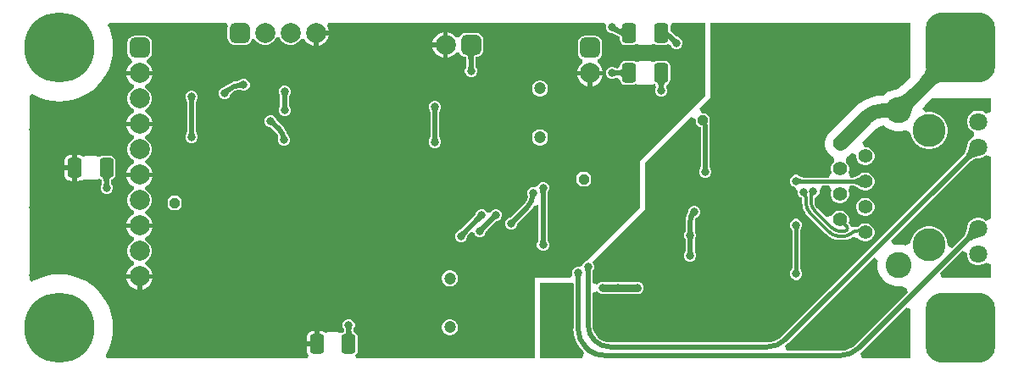
<source format=gtl>
G04*
G04 #@! TF.GenerationSoftware,Altium Limited,Altium Designer,22.11.1 (43)*
G04*
G04 Layer_Physical_Order=1*
G04 Layer_Color=255*
%FSLAX44Y44*%
%MOMM*%
G71*
G04*
G04 #@! TF.SameCoordinates,8D8AEDD0-DFFB-4D3A-BB57-83E995E82AED*
G04*
G04*
G04 #@! TF.FilePolarity,Positive*
G04*
G01*
G75*
%ADD10C,0.4000*%
%ADD23C,1.4000*%
%ADD28C,0.5000*%
%ADD29C,1.4000*%
%ADD30C,0.3000*%
G04:AMPARAMS|DCode=31|XSize=2mm|YSize=1.4mm|CornerRadius=0.35mm|HoleSize=0mm|Usage=FLASHONLY|Rotation=90.000|XOffset=0mm|YOffset=0mm|HoleType=Round|Shape=RoundedRectangle|*
%AMROUNDEDRECTD31*
21,1,2.0000,0.7000,0,0,90.0*
21,1,1.3000,1.4000,0,0,90.0*
1,1,0.7000,0.3500,0.6500*
1,1,0.7000,0.3500,-0.6500*
1,1,0.7000,-0.3500,-0.6500*
1,1,0.7000,-0.3500,0.6500*
%
%ADD31ROUNDEDRECTD31*%
%ADD32C,0.8000*%
%ADD33C,2.0000*%
G04:AMPARAMS|DCode=34|XSize=2mm|YSize=2mm|CornerRadius=0.5mm|HoleSize=0mm|Usage=FLASHONLY|Rotation=180.000|XOffset=0mm|YOffset=0mm|HoleType=Round|Shape=RoundedRectangle|*
%AMROUNDEDRECTD34*
21,1,2.0000,1.0000,0,0,180.0*
21,1,1.0000,2.0000,0,0,180.0*
1,1,1.0000,-0.5000,0.5000*
1,1,1.0000,0.5000,0.5000*
1,1,1.0000,0.5000,-0.5000*
1,1,1.0000,-0.5000,-0.5000*
%
%ADD34ROUNDEDRECTD34*%
G04:AMPARAMS|DCode=35|XSize=2mm|YSize=2mm|CornerRadius=0.5mm|HoleSize=0mm|Usage=FLASHONLY|Rotation=270.000|XOffset=0mm|YOffset=0mm|HoleType=Round|Shape=RoundedRectangle|*
%AMROUNDEDRECTD35*
21,1,2.0000,1.0000,0,0,270.0*
21,1,1.0000,2.0000,0,0,270.0*
1,1,1.0000,-0.5000,-0.5000*
1,1,1.0000,-0.5000,0.5000*
1,1,1.0000,0.5000,0.5000*
1,1,1.0000,0.5000,-0.5000*
%
%ADD35ROUNDEDRECTD35*%
%ADD36C,1.8000*%
%ADD37C,3.3000*%
%ADD38C,2.6000*%
%ADD39C,1.2000*%
G04:AMPARAMS|DCode=40|XSize=1mm|YSize=1mm|CornerRadius=0mm|HoleSize=0mm|Usage=FLASHONLY|Rotation=90.000|XOffset=0mm|YOffset=0mm|HoleType=Round|Shape=Octagon|*
%AMOCTAGOND40*
4,1,8,0.2500,0.5000,-0.2500,0.5000,-0.5000,0.2500,-0.5000,-0.2500,-0.2500,-0.5000,0.2500,-0.5000,0.5000,-0.2500,0.5000,0.2500,0.2500,0.5000,0.0*
%
%ADD40OCTAGOND40*%

%ADD41C,7.0000*%
G04:AMPARAMS|DCode=42|XSize=7mm|YSize=7mm|CornerRadius=1.75mm|HoleSize=0mm|Usage=FLASHONLY|Rotation=0.000|XOffset=0mm|YOffset=0mm|HoleType=Round|Shape=RoundedRectangle|*
%AMROUNDEDRECTD42*
21,1,7.0000,3.5000,0,0,0.0*
21,1,3.5000,7.0000,0,0,0.0*
1,1,3.5000,1.7500,-1.7500*
1,1,3.5000,-1.7500,-1.7500*
1,1,3.5000,-1.7500,1.7500*
1,1,3.5000,1.7500,1.7500*
%
%ADD42ROUNDEDRECTD42*%
G04:AMPARAMS|DCode=43|XSize=1mm|YSize=1mm|CornerRadius=0mm|HoleSize=0mm|Usage=FLASHONLY|Rotation=0.000|XOffset=0mm|YOffset=0mm|HoleType=Round|Shape=Octagon|*
%AMOCTAGOND43*
4,1,8,0.5000,-0.2500,0.5000,0.2500,0.2500,0.5000,-0.2500,0.5000,-0.5000,0.2500,-0.5000,-0.2500,-0.2500,-0.5000,0.2500,-0.5000,0.5000,-0.2500,0.0*
%
%ADD43OCTAGOND43*%

%ADD44C,0.8000*%
G36*
X605954Y351868D02*
X606164Y351474D01*
X606419Y351096D01*
X606720Y350735D01*
X607066Y350391D01*
X607458Y350063D01*
X607764Y349846D01*
X608274Y349678D01*
X609063Y349471D01*
X609758Y349347D01*
X610361Y349305D01*
X610872Y349346D01*
X611289Y349470D01*
X611614Y349677D01*
X611846Y349966D01*
X611985Y350338D01*
X612031Y350793D01*
Y340201D01*
X611983Y340699D01*
X611839Y341181D01*
X611600Y341646D01*
X611265Y342094D01*
X610834Y342526D01*
X610307Y342942D01*
X609684Y343341D01*
X608965Y343724D01*
X608151Y344091D01*
X607241Y344441D01*
X607293Y346339D01*
X606130Y344965D01*
X602261Y347009D01*
X605790Y352279D01*
X605954Y351868D01*
D02*
G37*
G36*
X658269Y345478D02*
X658503Y345365D01*
X658803Y345184D01*
X659169Y344932D01*
X660670Y343761D01*
X661303Y343232D01*
X657957Y339886D01*
X657951Y339837D01*
X657937Y339771D01*
X657919Y339720D01*
X657897Y339684D01*
X657870Y339664D01*
X657840Y339660D01*
X657806Y339670D01*
X657768Y339697D01*
X657957Y339886D01*
X657961Y339919D01*
X657967Y340016D01*
X657969Y340129D01*
Y345398D01*
X658002Y345494D01*
X658102Y345521D01*
X658269Y345478D01*
D02*
G37*
G36*
X663254Y341291D02*
X665025Y339747D01*
X665388Y339489D01*
X665718Y339281D01*
X666016Y339125D01*
X666282Y339021D01*
X666516Y338967D01*
X662033Y334484D01*
X661980Y334718D01*
X661875Y334984D01*
X661719Y335282D01*
X661511Y335612D01*
X661253Y335975D01*
X660583Y336796D01*
X659709Y337746D01*
X659196Y338269D01*
X662731Y341804D01*
X663254Y341291D01*
D02*
G37*
G36*
X935342Y295023D02*
X934242Y295798D01*
X932970Y296205D01*
X931528Y296242D01*
X929913Y295911D01*
X928128Y295211D01*
X926171Y294142D01*
X924042Y292705D01*
X921742Y290898D01*
X919271Y288723D01*
X916629Y286179D01*
X906468Y295817D01*
X909006Y298454D01*
X912961Y303199D01*
X914378Y305306D01*
X915420Y307237D01*
X916089Y308991D01*
X916384Y310569D01*
X916304Y311970D01*
X915851Y313194D01*
X915023Y314242D01*
X935342Y295023D01*
D02*
G37*
G36*
X216410Y355000D02*
X216450Y354976D01*
X218252Y352000D01*
X218180Y351827D01*
X217940Y350000D01*
Y340000D01*
X218180Y338173D01*
X218886Y336470D01*
X220008Y335008D01*
X221470Y333885D01*
X223173Y333180D01*
X225000Y332940D01*
X235000D01*
X236827Y333180D01*
X238530Y333885D01*
X239993Y335008D01*
X241115Y336470D01*
X241820Y338173D01*
X241857Y338457D01*
X244965Y339075D01*
X245798Y337632D01*
X248032Y335398D01*
X250768Y333818D01*
X253820Y333000D01*
X256980D01*
X260032Y333818D01*
X262768Y335398D01*
X265002Y337632D01*
X266534Y340285D01*
X266890Y340368D01*
X269310D01*
X269666Y340285D01*
X271198Y337632D01*
X273432Y335398D01*
X276168Y333818D01*
X279220Y333000D01*
X282380D01*
X285432Y333818D01*
X288168Y335398D01*
X290402Y337632D01*
X291258Y339114D01*
X291822Y339287D01*
X294608Y339078D01*
X295798Y337018D01*
X298218Y334598D01*
X301182Y332886D01*
X303700Y332211D01*
Y345000D01*
X306200D01*
Y347500D01*
X318989D01*
X318314Y350018D01*
X317170Y352000D01*
X318526Y355000D01*
X593915Y355000D01*
X596000Y352193D01*
Y349807D01*
X596913Y347601D01*
X598601Y345914D01*
X600807Y345000D01*
X601698D01*
X605177Y343162D01*
X605335Y343115D01*
X606878Y342290D01*
X607816Y342006D01*
X608067Y341893D01*
X608652Y341581D01*
X609122Y341279D01*
X609475Y341001D01*
X609718Y340757D01*
X609865Y340561D01*
X609892Y340508D01*
Y338500D01*
X610319Y336354D01*
X611535Y334535D01*
X613354Y333319D01*
X615500Y332892D01*
X622500D01*
X624646Y333319D01*
X625167Y333667D01*
X625746Y333776D01*
X628558Y333558D01*
X629220Y333116D01*
X630000Y332961D01*
X640000D01*
X640780Y333116D01*
X641442Y333558D01*
X644254Y333776D01*
X644833Y333667D01*
X645354Y333319D01*
X647500Y332892D01*
X654500D01*
X656646Y333319D01*
X657081Y333610D01*
X657445Y333634D01*
X660478Y332603D01*
X660512Y332569D01*
X660913Y331601D01*
X662601Y329913D01*
X664807Y329000D01*
X667194D01*
X669399Y329913D01*
X671087Y331601D01*
X672000Y333806D01*
Y336194D01*
X671087Y338399D01*
X669399Y340087D01*
X667194Y341000D01*
X666832D01*
X666734Y341051D01*
X666522Y341184D01*
X666290Y341350D01*
X665113Y342376D01*
X662780Y344709D01*
X662780Y344709D01*
X662780Y344709D01*
X662713Y344754D01*
X660251Y346774D01*
X660108Y346851D01*
Y351500D01*
X660008Y352000D01*
X662110Y355000D01*
X695000D01*
X695000Y282000D01*
X630000Y217000D01*
Y170000D01*
X577000Y117000D01*
X576807D01*
X574601Y116087D01*
X572914Y114399D01*
X572022Y112247D01*
X569331Y110943D01*
X569193Y111000D01*
X566807D01*
X564601Y110086D01*
X562914Y108399D01*
X562000Y106194D01*
Y103806D01*
X562529Y102529D01*
X560000Y100000D01*
X525000D01*
Y20000D01*
X346575D01*
X345665Y23000D01*
X346465Y23535D01*
X347681Y25354D01*
X348108Y27500D01*
Y40500D01*
X347681Y42646D01*
X346465Y44465D01*
X344646Y45681D01*
X343979Y45814D01*
X343975Y45820D01*
X343848Y46156D01*
X343725Y46650D01*
X343626Y47296D01*
X343593Y47702D01*
X343595Y47755D01*
X343689Y48683D01*
X343742Y48996D01*
X343798Y49240D01*
X343831Y49346D01*
X344087Y49601D01*
X345000Y51807D01*
Y54194D01*
X344087Y56399D01*
X342399Y58087D01*
X340193Y59000D01*
X337807D01*
X335601Y58087D01*
X333913Y56399D01*
X333000Y54194D01*
Y51807D01*
X333913Y49601D01*
X334169Y49346D01*
X334202Y49240D01*
X334258Y48996D01*
X334305Y48715D01*
X334389Y47485D01*
X334374Y47296D01*
X334275Y46650D01*
X334152Y46156D01*
X334025Y45820D01*
X334021Y45814D01*
X333354Y45681D01*
X332833Y45333D01*
X332254Y45224D01*
X329442Y45442D01*
X328780Y45884D01*
X328000Y46039D01*
X318000D01*
X317220Y45884D01*
X316558Y45442D01*
X313778Y46178D01*
X312197Y46833D01*
X310500Y47056D01*
X309500D01*
Y34000D01*
X307000D01*
Y31500D01*
X296944D01*
Y27500D01*
X297167Y25803D01*
X297822Y24222D01*
X298760Y23000D01*
X298661Y22376D01*
X297669Y20000D01*
X97481D01*
X96066Y22646D01*
X96432Y23193D01*
X99534Y29483D01*
X101788Y36123D01*
X103156Y43002D01*
X103615Y50000D01*
X103156Y56998D01*
X101788Y63877D01*
X99534Y70518D01*
X96432Y76807D01*
X92535Y82639D01*
X87911Y87911D01*
X82639Y92535D01*
X76807Y96432D01*
X70518Y99534D01*
X63877Y101788D01*
X56998Y103156D01*
X50000Y103615D01*
X43002Y103156D01*
X36123Y101788D01*
X29483Y99534D01*
X23193Y96432D01*
X22646Y96066D01*
X20000Y97481D01*
Y282519D01*
X22646Y283934D01*
X23193Y283568D01*
X29483Y280466D01*
X36123Y278212D01*
X43002Y276844D01*
X50000Y276385D01*
X56998Y276844D01*
X63877Y278212D01*
X70518Y280466D01*
X76807Y283568D01*
X82639Y287465D01*
X87911Y292089D01*
X92535Y297361D01*
X96432Y303193D01*
X99534Y309482D01*
X101788Y316124D01*
X103156Y323002D01*
X103615Y330000D01*
X103156Y336998D01*
X101788Y343876D01*
X99534Y350518D01*
X98579Y352452D01*
X100164Y355000D01*
X216410D01*
D02*
G37*
G36*
X909888Y279439D02*
X908304Y277808D01*
X904465Y273269D01*
X903490Y271873D01*
X902666Y270536D01*
X901994Y269257D01*
X901475Y268037D01*
X901107Y266876D01*
X900891Y265773D01*
X886323Y280341D01*
X887426Y280557D01*
X888587Y280925D01*
X889807Y281444D01*
X891086Y282116D01*
X892423Y282940D01*
X893819Y283915D01*
X896786Y286323D01*
X898358Y287754D01*
X899989Y289338D01*
X909888Y279439D01*
D02*
G37*
G36*
X900000Y300766D02*
X894151Y294917D01*
X892829Y293633D01*
X891523Y292443D01*
X888960Y290364D01*
X887992Y289687D01*
X887089Y289131D01*
X886344Y288740D01*
X885782Y288500D01*
X885428Y288388D01*
X884775Y288260D01*
X884511Y288172D01*
X884235Y288136D01*
X884128Y288091D01*
X881874Y287643D01*
X878053Y286060D01*
X874613Y283762D01*
X874612Y283761D01*
X873121Y282575D01*
X866782Y282076D01*
X860598Y280592D01*
X854723Y278158D01*
X849301Y274835D01*
X844466Y270706D01*
X844503Y270668D01*
X818942Y245108D01*
X818472Y244536D01*
X817949Y244012D01*
X817537Y243396D01*
X817068Y242824D01*
X816719Y242171D01*
X816307Y241555D01*
X816024Y240871D01*
X815675Y240218D01*
X815460Y239509D01*
X815176Y238825D01*
X815032Y238099D01*
X814817Y237390D01*
X814744Y236654D01*
X814600Y235927D01*
Y235187D01*
X814527Y234450D01*
X814600Y233713D01*
Y232973D01*
X814744Y232246D01*
X814817Y231509D01*
X815032Y230801D01*
X815176Y230075D01*
X815460Y229391D01*
X815675Y228682D01*
X816024Y228029D01*
X816307Y227345D01*
X816719Y226729D01*
X817068Y226076D01*
X817537Y225504D01*
X817949Y224888D01*
X818472Y224364D01*
X818942Y223792D01*
X819514Y223322D01*
X820038Y222799D01*
X820654Y222387D01*
X821226Y221918D01*
X821879Y221569D01*
X822495Y221157D01*
X822539Y221139D01*
X823469Y218189D01*
X823549Y217445D01*
X823423Y216076D01*
X823253Y215431D01*
X822398Y214576D01*
X821213Y212524D01*
X820600Y210235D01*
Y207865D01*
X821213Y205576D01*
X821299Y205428D01*
X818958Y200659D01*
X818680Y200428D01*
X792907D01*
X792725Y200443D01*
X792265Y200506D01*
X791845Y200592D01*
X791464Y200697D01*
X791121Y200821D01*
X790813Y200961D01*
X790536Y201116D01*
X790287Y201286D01*
X789988Y201533D01*
X789910Y201575D01*
X789399Y202087D01*
X787194Y203000D01*
X784807D01*
X782601Y202087D01*
X780913Y200399D01*
X780000Y198193D01*
Y195807D01*
X780913Y193601D01*
X782601Y191914D01*
X783516Y191534D01*
X784526Y191044D01*
X785737Y189159D01*
X787000Y186661D01*
X787000Y184806D01*
X787913Y182601D01*
X789601Y180914D01*
X791306Y180207D01*
X791995Y175492D01*
X792369Y171699D01*
X792655Y170756D01*
X793475Y168051D01*
X794807Y165559D01*
X795272Y164690D01*
X797690Y161743D01*
X797708Y161761D01*
X815442Y144027D01*
X815442Y144024D01*
X815422Y144003D01*
X818590Y141403D01*
X819218Y141067D01*
X822219Y139463D01*
X825475Y138476D01*
X826157Y138269D01*
X827707Y138116D01*
X828024Y138017D01*
X828025Y138017D01*
X828240Y137994D01*
X830236Y137866D01*
X834166Y137868D01*
X837152Y138261D01*
X838543Y138837D01*
X839935Y139413D01*
X841773Y140824D01*
X842778Y141084D01*
X843335Y141099D01*
X847798Y140024D01*
X849474Y138348D01*
X851526Y137163D01*
X853815Y136550D01*
X856185D01*
X858474Y137163D01*
X860526Y138348D01*
X862202Y140024D01*
X863387Y142076D01*
X864000Y144365D01*
Y146735D01*
X863387Y149024D01*
X862202Y151076D01*
X860526Y152752D01*
X858474Y153937D01*
X856185Y154550D01*
X853815D01*
X851526Y153937D01*
X849474Y152752D01*
X847901Y151179D01*
X845568Y150640D01*
X845531Y150632D01*
X845238Y150603D01*
X841198Y151078D01*
X839818Y152745D01*
X838891Y153954D01*
X838785Y154111D01*
X838265Y154632D01*
X838094Y154848D01*
X838031Y154940D01*
X838600Y157065D01*
Y159435D01*
X837987Y161724D01*
X836802Y163776D01*
X835126Y165452D01*
X833074Y166637D01*
X830785Y167250D01*
X828415D01*
X826126Y166637D01*
X824074Y165452D01*
X822398Y163776D01*
X821494Y162210D01*
X820398Y161590D01*
X815799Y160835D01*
X807128Y169506D01*
X807054Y169555D01*
X805491Y171592D01*
X804475Y174044D01*
X804326Y175175D01*
X804193Y180119D01*
X806399Y181033D01*
X808086Y182721D01*
X809000Y184926D01*
Y187272D01*
X809000Y187313D01*
X811810Y192174D01*
X811946Y192272D01*
X818680D01*
X818957Y192041D01*
X821299Y187272D01*
X821213Y187124D01*
X820600Y184835D01*
Y182465D01*
X821213Y180176D01*
X822398Y178124D01*
X824074Y176448D01*
X826126Y175263D01*
X828415Y174650D01*
X830785D01*
X833074Y175263D01*
X835126Y176448D01*
X836802Y178124D01*
X837987Y180176D01*
X838600Y182465D01*
Y184835D01*
X837987Y187124D01*
X837901Y187272D01*
X840242Y192041D01*
X840520Y192272D01*
X842176D01*
X842916Y192190D01*
X843726Y192039D01*
X844536Y191828D01*
X845350Y191553D01*
X846167Y191215D01*
X846989Y190810D01*
X847817Y190338D01*
X848649Y189797D01*
X849300Y189322D01*
X849474Y189148D01*
X851526Y187963D01*
X853815Y187350D01*
X856185D01*
X858474Y187963D01*
X860526Y189148D01*
X862202Y190824D01*
X863387Y192876D01*
X864000Y195165D01*
Y197535D01*
X863387Y199824D01*
X862202Y201876D01*
X860526Y203552D01*
X858474Y204737D01*
X856185Y205350D01*
X853815D01*
X851526Y204737D01*
X849474Y203552D01*
X849300Y203377D01*
X848649Y202903D01*
X847816Y202362D01*
X846990Y201890D01*
X846167Y201486D01*
X845350Y201147D01*
X844536Y200872D01*
X843726Y200661D01*
X842916Y200510D01*
X842176Y200428D01*
X840519D01*
X840242Y200659D01*
X837901Y205428D01*
X837987Y205576D01*
X838600Y207865D01*
Y210235D01*
X837987Y212524D01*
X836802Y214576D01*
X835947Y215431D01*
X835777Y216076D01*
X835651Y217445D01*
X835731Y218189D01*
X836661Y221139D01*
X836705Y221157D01*
X837321Y221569D01*
X837974Y221918D01*
X838546Y222387D01*
X839162Y222799D01*
X839686Y223322D01*
X840258Y223792D01*
X841345Y224879D01*
X844850Y223415D01*
X846000Y222463D01*
Y220565D01*
X846613Y218276D01*
X847798Y216224D01*
X849474Y214548D01*
X851526Y213363D01*
X853815Y212750D01*
X856185D01*
X858474Y213363D01*
X860526Y214548D01*
X862202Y216224D01*
X863387Y218276D01*
X864000Y220565D01*
Y222935D01*
X863387Y225224D01*
X862202Y227276D01*
X860526Y228952D01*
X858474Y230137D01*
X856185Y230750D01*
X854287D01*
X853335Y231900D01*
X851871Y235406D01*
X865818Y249353D01*
X865913Y249468D01*
X867940Y251024D01*
X870439Y252059D01*
X872972Y252392D01*
X873121Y252377D01*
X873374D01*
X874613Y251138D01*
X878053Y248840D01*
X881874Y247257D01*
X885932Y246450D01*
X890068D01*
X894126Y247257D01*
X895000Y247619D01*
X897950Y246267D01*
X900161Y244521D01*
X900711Y241754D01*
X902105Y238387D01*
X904130Y235357D01*
X906707Y232780D01*
X909737Y230756D01*
X913104Y229361D01*
X916678Y228650D01*
X920322D01*
X923896Y229361D01*
X927263Y230756D01*
X930293Y232780D01*
X932870Y235357D01*
X934894Y238387D01*
X936289Y241754D01*
X937000Y245328D01*
Y248972D01*
X936289Y252546D01*
X934894Y255913D01*
X932870Y258943D01*
X930293Y261520D01*
X927263Y263545D01*
X923896Y264939D01*
X920322Y265650D01*
X916678D01*
X914828Y265282D01*
X914826Y265284D01*
X912137Y269845D01*
X914286Y272385D01*
X915467Y273601D01*
X921866Y280000D01*
X980000D01*
Y266198D01*
X975000Y264356D01*
X974254Y265102D01*
X971746Y266550D01*
X968948Y267300D01*
X966052D01*
X963254Y266550D01*
X960746Y265102D01*
X958698Y263054D01*
X957250Y260546D01*
X956500Y257748D01*
Y254852D01*
X957250Y252054D01*
X958698Y249546D01*
X960746Y247498D01*
X962926Y246239D01*
X963254Y244499D01*
Y242701D01*
X962926Y240961D01*
X960746Y239702D01*
X958698Y237654D01*
X957250Y235146D01*
X956500Y232348D01*
Y231987D01*
X956339Y230954D01*
X956065Y229653D01*
X955732Y228421D01*
X955342Y227259D01*
X954894Y226164D01*
X954390Y225134D01*
X953830Y224169D01*
X953214Y223265D01*
X952581Y222469D01*
X771795Y41684D01*
X771678Y41508D01*
X768676Y39044D01*
X765067Y37115D01*
X761151Y35928D01*
X757286Y35547D01*
X757079Y35588D01*
X600000D01*
X599848Y35558D01*
X596594Y35878D01*
X593320Y36872D01*
X590301Y38485D01*
X587656Y40656D01*
X585485Y43301D01*
X583872Y46319D01*
X582878Y49594D01*
X582558Y52848D01*
X582588Y53000D01*
Y85185D01*
X586663Y86381D01*
X587588Y86427D01*
X587840Y86175D01*
X588174Y85674D01*
X588675Y85339D01*
X589101Y84913D01*
X589658Y84683D01*
X590159Y84348D01*
X590750Y84231D01*
X591307Y84000D01*
X591909D01*
X592500Y83883D01*
X627500D01*
X628091Y84000D01*
X628694D01*
X629250Y84231D01*
X629841Y84348D01*
X630342Y84683D01*
X630899Y84913D01*
X631325Y85339D01*
X631826Y85674D01*
X632160Y86175D01*
X632587Y86601D01*
X632817Y87158D01*
X633152Y87659D01*
X633270Y88250D01*
X633500Y88806D01*
Y89409D01*
X633618Y90000D01*
X633500Y90591D01*
Y91194D01*
X633270Y91750D01*
X633152Y92341D01*
X632817Y92842D01*
X632587Y93399D01*
X632160Y93825D01*
X631826Y94326D01*
X631325Y94661D01*
X630899Y95087D01*
X630342Y95317D01*
X629841Y95652D01*
X629250Y95769D01*
X628694Y96000D01*
X628091D01*
X627500Y96117D01*
X592500D01*
X591909Y96000D01*
X591307D01*
X590750Y95769D01*
X590159Y95652D01*
X589658Y95317D01*
X589101Y95087D01*
X588675Y94661D01*
X588174Y94326D01*
X587840Y93825D01*
X587588Y93573D01*
X586663Y93619D01*
X582588Y94815D01*
Y105586D01*
X582595Y105755D01*
X582690Y106683D01*
X582742Y106996D01*
X582798Y107240D01*
X582831Y107346D01*
X583087Y107601D01*
X584000Y109806D01*
Y112193D01*
X583087Y114399D01*
X582240Y115245D01*
X634762Y168886D01*
X634762Y215000D01*
X680681Y260918D01*
X685681Y258847D01*
Y254064D01*
X689181Y250564D01*
X690354D01*
X690412Y250477D01*
Y211414D01*
X690405Y211245D01*
X690311Y210317D01*
X690258Y210004D01*
X690202Y209760D01*
X690169Y209654D01*
X689913Y209399D01*
X689000Y207194D01*
Y204806D01*
X689913Y202601D01*
X691601Y200914D01*
X693807Y200000D01*
X696193D01*
X698399Y200914D01*
X700087Y202601D01*
X701000Y204806D01*
Y207194D01*
X700087Y209399D01*
X699831Y209654D01*
X699798Y209760D01*
X699742Y210004D01*
X699695Y210285D01*
X699588Y211843D01*
Y252135D01*
X699284Y253667D01*
X699681Y254064D01*
Y261064D01*
X696181Y264564D01*
X691397D01*
X689326Y269564D01*
X699762Y280000D01*
X700000Y355000D01*
X900000D01*
Y300766D01*
D02*
G37*
G36*
X968661Y221975D02*
X967187Y221746D01*
X965777Y221449D01*
X964430Y221085D01*
X963147Y220654D01*
X961928Y220155D01*
X960773Y219590D01*
X959682Y218957D01*
X958654Y218257D01*
X957690Y217489D01*
X956790Y216655D01*
X953255Y220190D01*
X954089Y221090D01*
X954857Y222054D01*
X955557Y223082D01*
X956190Y224173D01*
X956755Y225329D01*
X957254Y226547D01*
X957685Y227830D01*
X958049Y229177D01*
X958346Y230587D01*
X958575Y232061D01*
X968661Y221975D01*
D02*
G37*
G36*
X697507Y212389D02*
X697667Y210046D01*
X697741Y209607D01*
X697828Y209227D01*
X697929Y208906D01*
X698042Y208643D01*
X698170Y208440D01*
X691830D01*
X691958Y208643D01*
X692072Y208906D01*
X692172Y209227D01*
X692259Y209607D01*
X692333Y210046D01*
X692440Y211100D01*
X692493Y212389D01*
X692500Y213123D01*
X697500D01*
X697507Y212389D01*
D02*
G37*
G36*
X789059Y199655D02*
X789460Y199381D01*
X789891Y199140D01*
X790353Y198930D01*
X790845Y198753D01*
X791368Y198608D01*
X791922Y198495D01*
X792506Y198414D01*
X793120Y198366D01*
X793765Y198350D01*
X792996Y194350D01*
X792277Y194343D01*
X789926Y194173D01*
X789470Y194095D01*
X789067Y194003D01*
X788716Y193896D01*
X788418Y193776D01*
X788172Y193641D01*
X788689Y199961D01*
X789059Y199655D01*
D02*
G37*
G36*
X850730Y190803D02*
X849806Y191477D01*
X848878Y192080D01*
X847945Y192612D01*
X847008Y193073D01*
X846067Y193463D01*
X845121Y193783D01*
X844170Y194031D01*
X843215Y194208D01*
X842256Y194314D01*
X841292Y194350D01*
Y198350D01*
X842256Y198386D01*
X843215Y198492D01*
X844170Y198669D01*
X845121Y198918D01*
X846067Y199237D01*
X847008Y199627D01*
X847945Y200088D01*
X848878Y200620D01*
X849806Y201223D01*
X850730Y201897D01*
Y190803D01*
D02*
G37*
G36*
X803143Y182122D02*
X802943Y182101D01*
X802764Y182051D01*
X802606Y181974D01*
X802468Y181868D01*
X802352Y181735D01*
X802258Y181574D01*
X802184Y181385D01*
X802131Y181168D01*
X802099Y180923D01*
X802089Y180650D01*
X799089D01*
X799561Y184077D01*
X803143Y182122D01*
D02*
G37*
G36*
X796638Y184298D02*
X796632Y184164D01*
X796638Y183977D01*
X796686Y183443D01*
X797013Y181174D01*
X794089Y180228D01*
X794073Y180532D01*
X794024Y180809D01*
X793943Y181059D01*
X793830Y181281D01*
X793684Y181476D01*
X793507Y181642D01*
X793296Y181782D01*
X793054Y181894D01*
X792779Y181978D01*
X792472Y182035D01*
X796656Y184378D01*
X796638Y184298D01*
D02*
G37*
G36*
X980000Y221002D02*
Y158998D01*
X975000Y157156D01*
X974254Y157902D01*
X971746Y159350D01*
X968948Y160100D01*
X966052D01*
X963254Y159350D01*
X960746Y157902D01*
X958698Y155854D01*
X957250Y153346D01*
X956500Y150548D01*
Y150188D01*
X956339Y149154D01*
X956065Y147853D01*
X955732Y146621D01*
X955342Y145459D01*
X954894Y144364D01*
X954390Y143334D01*
X953830Y142369D01*
X953214Y141465D01*
X952581Y140669D01*
X941889Y129978D01*
X939720Y130443D01*
X937000Y132160D01*
Y134672D01*
X936289Y138246D01*
X934894Y141613D01*
X932870Y144643D01*
X930293Y147220D01*
X927263Y149244D01*
X923896Y150639D01*
X920322Y151350D01*
X916678D01*
X913104Y150639D01*
X909737Y149244D01*
X906707Y147220D01*
X904130Y144643D01*
X902105Y141613D01*
X900711Y138246D01*
X900161Y135479D01*
X897950Y133733D01*
X895000Y132381D01*
X894126Y132743D01*
X890068Y133550D01*
X885932D01*
X883158Y132998D01*
X880520Y137139D01*
X880451Y137362D01*
X959069Y215981D01*
X959865Y216614D01*
X960769Y217230D01*
X961734Y217790D01*
X962764Y218294D01*
X963859Y218742D01*
X965022Y219132D01*
X966253Y219465D01*
X967554Y219739D01*
X968587Y219900D01*
X968948D01*
X971746Y220650D01*
X974254Y222098D01*
X975000Y222844D01*
X980000Y221002D01*
D02*
G37*
G36*
X835896Y155131D02*
X835880Y154926D01*
X835907Y154703D01*
X835978Y154463D01*
X836092Y154205D01*
X836251Y153929D01*
X836453Y153636D01*
X836699Y153324D01*
X836989Y152995D01*
X837323Y152649D01*
X835201Y150527D01*
X834855Y150861D01*
X834214Y151397D01*
X833921Y151599D01*
X833645Y151758D01*
X833387Y151872D01*
X833147Y151943D01*
X832924Y151971D01*
X832719Y151954D01*
X832532Y151894D01*
X835956Y155318D01*
X835896Y155131D01*
D02*
G37*
G36*
X848015Y145100D02*
X847981Y145275D01*
X847907Y145421D01*
X847791Y145538D01*
X847634Y145626D01*
X847435Y145684D01*
X847195Y145713D01*
X846914Y145712D01*
X846591Y145683D01*
X846226Y145624D01*
X845820Y145536D01*
X845754Y148590D01*
X849135Y149372D01*
X848015Y145100D01*
D02*
G37*
G36*
X968661Y140175D02*
X967187Y139946D01*
X965777Y139649D01*
X964430Y139285D01*
X963147Y138854D01*
X961928Y138355D01*
X960773Y137790D01*
X959682Y137157D01*
X958654Y136457D01*
X957690Y135689D01*
X956790Y134855D01*
X953255Y138390D01*
X954089Y139290D01*
X954857Y140254D01*
X955557Y141282D01*
X956190Y142373D01*
X956755Y143528D01*
X957254Y144747D01*
X957685Y146030D01*
X958049Y147377D01*
X958346Y148787D01*
X958575Y150261D01*
X968661Y140175D01*
D02*
G37*
G36*
X581042Y108357D02*
X580929Y108094D01*
X580828Y107773D01*
X580741Y107393D01*
X580667Y106954D01*
X580560Y105900D01*
X580507Y104611D01*
X580500Y103877D01*
X575500D01*
X575493Y104611D01*
X575333Y106954D01*
X575259Y107393D01*
X575172Y107773D01*
X575071Y108094D01*
X574958Y108357D01*
X574830Y108560D01*
X581170D01*
X581042Y108357D01*
D02*
G37*
G36*
X955016Y125702D02*
X956500Y124540D01*
Y122252D01*
X957250Y119454D01*
X958698Y116946D01*
X960746Y114898D01*
X963254Y113450D01*
X966052Y112700D01*
X968948D01*
X971746Y113450D01*
X974254Y114898D01*
X975000Y115644D01*
X980000Y113802D01*
Y100000D01*
X931422D01*
X929508Y104619D01*
X951795Y126906D01*
X955016Y125702D01*
D02*
G37*
G36*
X571042Y102357D02*
X570929Y102094D01*
X570828Y101773D01*
X570741Y101393D01*
X570667Y100954D01*
X570560Y99900D01*
X570507Y98611D01*
X570500Y97878D01*
X565500D01*
X565493Y98611D01*
X565333Y100954D01*
X565259Y101393D01*
X565172Y101773D01*
X565071Y102094D01*
X564958Y102357D01*
X564830Y102560D01*
X571170D01*
X571042Y102357D01*
D02*
G37*
G36*
X342042Y50357D02*
X341929Y50094D01*
X341828Y49773D01*
X341741Y49393D01*
X341667Y48954D01*
X341560Y47900D01*
X341550Y47662D01*
X341600Y47058D01*
X341724Y46249D01*
X341898Y45548D01*
X342122Y44954D01*
X342396Y44469D01*
X342719Y44091D01*
X343092Y43822D01*
X343516Y43660D01*
X343988Y43606D01*
X334012D01*
X334484Y43660D01*
X334907Y43822D01*
X335281Y44091D01*
X335604Y44469D01*
X335878Y44954D01*
X336102Y45548D01*
X336276Y46249D01*
X336400Y47058D01*
X336434Y47472D01*
X336333Y48954D01*
X336259Y49393D01*
X336172Y49773D01*
X336072Y50094D01*
X335958Y50357D01*
X335830Y50560D01*
X342170D01*
X342042Y50357D01*
D02*
G37*
G36*
X863411Y120030D02*
X867552Y117392D01*
X867000Y114618D01*
Y110482D01*
X867807Y106425D01*
X869390Y102603D01*
X871688Y99163D01*
X874613Y96238D01*
X878053Y93940D01*
X881874Y92357D01*
X885932Y91550D01*
X890068D01*
X891835Y91901D01*
X896373Y88983D01*
X896942Y88128D01*
X897217Y85306D01*
X845095Y33184D01*
X844978Y33008D01*
X841976Y30544D01*
X838367Y28615D01*
X834451Y27427D01*
X830586Y27047D01*
X830379Y27088D01*
X776041D01*
X774631Y32088D01*
X774708Y32136D01*
X778287Y35192D01*
X778284Y35195D01*
X863188Y120099D01*
X863411Y120030D01*
D02*
G37*
G36*
X900000Y68579D02*
Y20000D01*
X851450D01*
X849606Y25000D01*
X851587Y26692D01*
X851584Y26695D01*
X895381Y70492D01*
X900000Y68579D01*
D02*
G37*
G36*
X562417Y95000D02*
X563412Y94594D01*
Y48993D01*
X563408D01*
X563777Y44301D01*
X563811Y44158D01*
X564876Y39725D01*
X566677Y35376D01*
X569059Y31489D01*
X569136Y31363D01*
X572192Y27785D01*
X574200Y24540D01*
X572034Y20000D01*
X530000D01*
Y95000D01*
X562417D01*
D02*
G37*
%LPC*%
G36*
X433100Y345789D02*
X430582Y345114D01*
X427618Y343403D01*
X425197Y340982D01*
X423486Y338018D01*
X422811Y335500D01*
X433100D01*
Y345789D01*
D02*
G37*
G36*
X318989Y342500D02*
X308700D01*
Y332211D01*
X311218Y332886D01*
X314182Y334598D01*
X316603Y337018D01*
X318314Y339982D01*
X318989Y342500D01*
D02*
G37*
G36*
X433100Y330500D02*
X422811D01*
X423486Y327982D01*
X425197Y325018D01*
X427618Y322597D01*
X430582Y320886D01*
X433100Y320211D01*
Y330500D01*
D02*
G37*
G36*
X654500Y317108D02*
X647500D01*
X645354Y316681D01*
X644833Y316333D01*
X644254Y316224D01*
X641442Y316442D01*
X640780Y316884D01*
X640000Y317039D01*
X630000D01*
X629220Y316884D01*
X628558Y316442D01*
X625746Y316224D01*
X625167Y316333D01*
X624646Y316681D01*
X622500Y317108D01*
X615500D01*
X613354Y316681D01*
X611535Y315465D01*
X610319Y313646D01*
X609892Y311500D01*
Y310881D01*
X607627Y309781D01*
X607041Y309616D01*
X606317Y309690D01*
X606004Y309742D01*
X605760Y309798D01*
X605654Y309831D01*
X605399Y310087D01*
X603194Y311000D01*
X600807D01*
X598601Y310087D01*
X596913Y308399D01*
X596000Y306194D01*
Y303806D01*
X596913Y301601D01*
X598601Y299913D01*
X600807Y299000D01*
X603194D01*
X605399Y299913D01*
X605654Y300169D01*
X605760Y300202D01*
X606004Y300258D01*
X606285Y300305D01*
X607030Y300356D01*
X609892Y298500D01*
X610319Y296354D01*
X611535Y294535D01*
X613354Y293319D01*
X615500Y292892D01*
X622500D01*
X624646Y293319D01*
X625167Y293667D01*
X625746Y293776D01*
X628558Y293558D01*
X629220Y293116D01*
X630000Y292961D01*
X640000D01*
X640780Y293116D01*
X641442Y293558D01*
X644254Y293776D01*
X644833Y293667D01*
X645354Y293319D01*
X645364Y293286D01*
X645913Y290399D01*
X645000Y288193D01*
Y285807D01*
X645913Y283601D01*
X647601Y281914D01*
X649807Y281000D01*
X652194D01*
X654399Y281914D01*
X656087Y283601D01*
X657000Y285807D01*
Y288193D01*
X656087Y290399D01*
X656636Y293286D01*
X656646Y293319D01*
X658465Y294535D01*
X659681Y296354D01*
X660108Y298500D01*
Y311500D01*
X659681Y313646D01*
X658465Y315465D01*
X656646Y316681D01*
X654500Y317108D01*
D02*
G37*
G36*
X585000Y342060D02*
X575000D01*
X573173Y341820D01*
X571470Y341115D01*
X570008Y339992D01*
X568885Y338530D01*
X568180Y336827D01*
X567940Y335000D01*
Y325000D01*
X568180Y323173D01*
X568885Y321470D01*
X570008Y320008D01*
X571470Y318885D01*
X572211Y318578D01*
X572665Y315754D01*
X572575Y315324D01*
X572018Y315003D01*
X569597Y312582D01*
X567886Y309618D01*
X567211Y307100D01*
X580000D01*
X592789D01*
X592114Y309618D01*
X590403Y312582D01*
X587982Y315003D01*
X587425Y315324D01*
X587335Y315754D01*
X587789Y318578D01*
X588530Y318885D01*
X589992Y320008D01*
X591115Y321470D01*
X591820Y323173D01*
X592060Y325000D01*
Y335000D01*
X591820Y336827D01*
X591115Y338530D01*
X589992Y339992D01*
X588530Y341115D01*
X586827Y341820D01*
X585000Y342060D01*
D02*
G37*
G36*
X135000D02*
X125000D01*
X123173Y341820D01*
X121470Y341115D01*
X120007Y339992D01*
X118885Y338530D01*
X118180Y336827D01*
X117940Y335000D01*
Y325000D01*
X118180Y323173D01*
X118885Y321470D01*
X120007Y320008D01*
X121470Y318885D01*
X122211Y318578D01*
X122665Y315754D01*
X122576Y315324D01*
X122018Y315003D01*
X119597Y312582D01*
X117886Y309618D01*
X117211Y307100D01*
X130000D01*
X142789D01*
X142114Y309618D01*
X140403Y312582D01*
X137982Y315003D01*
X137424Y315324D01*
X137335Y315754D01*
X137789Y318578D01*
X138530Y318885D01*
X139993Y320008D01*
X141115Y321470D01*
X141820Y323173D01*
X142060Y325000D01*
Y335000D01*
X141820Y336827D01*
X141115Y338530D01*
X139993Y339992D01*
X138530Y341115D01*
X136827Y341820D01*
X135000Y342060D01*
D02*
G37*
G36*
X438100Y345789D02*
Y333000D01*
Y320211D01*
X440618Y320886D01*
X443582Y322597D01*
X446003Y325018D01*
X446325Y325575D01*
X446754Y325665D01*
X449578Y325211D01*
X449885Y324470D01*
X451007Y323008D01*
X452470Y321885D01*
X454173Y321180D01*
X455987Y320941D01*
X456048Y320841D01*
X456163Y320557D01*
X456279Y320122D01*
X456376Y319543D01*
X456412Y319128D01*
Y312414D01*
X456405Y312245D01*
X456311Y311318D01*
X456258Y311004D01*
X456202Y310760D01*
X456169Y310654D01*
X455914Y310399D01*
X455000Y308193D01*
Y305807D01*
X455914Y303601D01*
X457601Y301914D01*
X459807Y301000D01*
X462193D01*
X464399Y301914D01*
X466087Y303601D01*
X467000Y305807D01*
Y308193D01*
X466087Y310399D01*
X465831Y310654D01*
X465798Y310760D01*
X465742Y311004D01*
X465695Y311285D01*
X465588Y312843D01*
Y319128D01*
X465625Y319543D01*
X465720Y320122D01*
X465837Y320558D01*
X465952Y320842D01*
X466012Y320941D01*
X467827Y321180D01*
X469530Y321885D01*
X470993Y323008D01*
X472114Y324470D01*
X472820Y326173D01*
X473060Y328000D01*
Y338000D01*
X472820Y339827D01*
X472114Y341530D01*
X470993Y342993D01*
X469530Y344114D01*
X467827Y344820D01*
X466000Y345060D01*
X456000D01*
X454173Y344820D01*
X452470Y344114D01*
X451007Y342993D01*
X449885Y341530D01*
X449578Y340789D01*
X446754Y340335D01*
X446325Y340424D01*
X446003Y340982D01*
X443582Y343403D01*
X440618Y345114D01*
X438100Y345789D01*
D02*
G37*
G36*
X592789Y302100D02*
X582500D01*
Y291811D01*
X585018Y292486D01*
X587982Y294197D01*
X590403Y296618D01*
X592114Y299582D01*
X592789Y302100D01*
D02*
G37*
G36*
X577500D02*
X567211D01*
X567886Y299582D01*
X569597Y296618D01*
X572018Y294197D01*
X574982Y292486D01*
X577500Y291811D01*
Y302100D01*
D02*
G37*
G36*
X235194Y299000D02*
X232806D01*
X230601Y298087D01*
X230171Y297656D01*
X226324Y296661D01*
X226161Y296583D01*
X224253Y296124D01*
X219905Y294324D01*
X218098Y293217D01*
X218098Y293216D01*
X217979Y293143D01*
X217923Y293109D01*
X217733Y293038D01*
X217036Y292606D01*
X214391Y291000D01*
X213806D01*
X211601Y290086D01*
X209913Y288399D01*
X209000Y286194D01*
Y283806D01*
X209913Y281601D01*
X211601Y279913D01*
X213806Y279000D01*
X216194D01*
X218399Y279913D01*
X220087Y281601D01*
X221000Y283806D01*
Y283834D01*
X221091Y283986D01*
X221248Y284200D01*
X221454Y284434D01*
X221711Y284683D01*
X222001Y284926D01*
X222426Y285224D01*
X225533Y286885D01*
X228887Y287902D01*
X229128Y287941D01*
X229533Y287980D01*
X229891Y287990D01*
X230201Y287974D01*
X230465Y287937D01*
X230655Y287891D01*
X231064Y287722D01*
X231125Y287692D01*
X231158Y287683D01*
X232806Y287000D01*
X235194D01*
X237399Y287913D01*
X239086Y289601D01*
X240000Y291807D01*
Y294193D01*
X239086Y296399D01*
X237399Y298087D01*
X235194Y299000D01*
D02*
G37*
G36*
X531053Y297400D02*
X528947D01*
X526912Y296855D01*
X525088Y295802D01*
X523598Y294312D01*
X522545Y292488D01*
X522000Y290453D01*
Y288347D01*
X522545Y286312D01*
X523598Y284488D01*
X525088Y282998D01*
X526912Y281945D01*
X528947Y281400D01*
X531053D01*
X533088Y281945D01*
X534912Y282998D01*
X536402Y284488D01*
X537455Y286312D01*
X538000Y288347D01*
Y290453D01*
X537455Y292488D01*
X536402Y294312D01*
X534912Y295802D01*
X533088Y296855D01*
X531053Y297400D01*
D02*
G37*
G36*
X276194Y292000D02*
X273807D01*
X271601Y291087D01*
X269914Y289399D01*
X269000Y287194D01*
Y284806D01*
X269914Y282601D01*
X270169Y282346D01*
X270202Y282240D01*
X270258Y281996D01*
X270305Y281715D01*
X270412Y280157D01*
Y272914D01*
X270405Y272745D01*
X270311Y271817D01*
X270258Y271504D01*
X270202Y271260D01*
X270169Y271154D01*
X269914Y270899D01*
X269000Y268694D01*
Y266307D01*
X269914Y264101D01*
X271601Y262414D01*
X273807Y261500D01*
X276194D01*
X278399Y262414D01*
X280087Y264101D01*
X281000Y266307D01*
Y268694D01*
X280087Y270899D01*
X279831Y271154D01*
X279798Y271260D01*
X279742Y271504D01*
X279695Y271785D01*
X279588Y273343D01*
Y280586D01*
X279595Y280755D01*
X279690Y281683D01*
X279742Y281996D01*
X279798Y282240D01*
X279831Y282346D01*
X280087Y282601D01*
X281000Y284806D01*
Y287194D01*
X280087Y289399D01*
X278399Y291087D01*
X276194Y292000D01*
D02*
G37*
G36*
X142789Y302100D02*
X130000D01*
X117211D01*
X117886Y299582D01*
X119597Y296618D01*
X122018Y294197D01*
X124078Y293008D01*
X124287Y290222D01*
X124114Y289658D01*
X122632Y288802D01*
X120398Y286568D01*
X118818Y283832D01*
X118000Y280780D01*
Y277620D01*
X118818Y274568D01*
X120398Y271832D01*
X122632Y269598D01*
X124114Y268742D01*
X124287Y268178D01*
X124078Y265392D01*
X122018Y264203D01*
X119597Y261782D01*
X117886Y258818D01*
X117211Y256300D01*
X130000D01*
X142789D01*
X142114Y258818D01*
X140403Y261782D01*
X137982Y264203D01*
X135922Y265392D01*
X135713Y268178D01*
X135886Y268742D01*
X137368Y269598D01*
X139602Y271832D01*
X141182Y274568D01*
X142000Y277620D01*
Y280780D01*
X141182Y283832D01*
X139602Y286568D01*
X137368Y288802D01*
X135886Y289658D01*
X135713Y290222D01*
X135922Y293008D01*
X137982Y294197D01*
X140403Y296618D01*
X142114Y299582D01*
X142789Y302100D01*
D02*
G37*
G36*
X183193Y287000D02*
X180807D01*
X178601Y286087D01*
X176913Y284399D01*
X176000Y282194D01*
Y279806D01*
X176913Y277601D01*
X177169Y277346D01*
X177202Y277240D01*
X177258Y276996D01*
X177305Y276715D01*
X177412Y275157D01*
Y246414D01*
X177405Y246245D01*
X177311Y245317D01*
X177258Y245004D01*
X177202Y244760D01*
X177169Y244654D01*
X176913Y244399D01*
X176000Y242194D01*
Y239806D01*
X176913Y237601D01*
X178601Y235913D01*
X180807Y235000D01*
X183193D01*
X185399Y235913D01*
X187087Y237601D01*
X188000Y239806D01*
Y242194D01*
X187087Y244399D01*
X186831Y244654D01*
X186798Y244760D01*
X186742Y245004D01*
X186695Y245285D01*
X186588Y246843D01*
Y275586D01*
X186595Y275755D01*
X186689Y276683D01*
X186742Y276996D01*
X186798Y277240D01*
X186831Y277346D01*
X187087Y277601D01*
X188000Y279806D01*
Y282194D01*
X187087Y284399D01*
X185399Y286087D01*
X183193Y287000D01*
D02*
G37*
G36*
X531053Y248600D02*
X528947D01*
X526912Y248055D01*
X525088Y247002D01*
X523598Y245512D01*
X522545Y243688D01*
X522000Y241653D01*
Y239547D01*
X522545Y237512D01*
X523598Y235688D01*
X525088Y234198D01*
X526912Y233145D01*
X528947Y232600D01*
X531053D01*
X533088Y233145D01*
X534912Y234198D01*
X536402Y235688D01*
X537455Y237512D01*
X538000Y239547D01*
Y241653D01*
X537455Y243688D01*
X536402Y245512D01*
X534912Y247002D01*
X533088Y248055D01*
X531053Y248600D01*
D02*
G37*
G36*
X262194Y263000D02*
X259807D01*
X257601Y262087D01*
X255914Y260399D01*
X255000Y258193D01*
Y255807D01*
X255914Y253601D01*
X257601Y251914D01*
X259807Y251000D01*
X260168D01*
X260266Y250949D01*
X260478Y250816D01*
X260710Y250650D01*
X261887Y249624D01*
X266513Y244998D01*
X266516Y244996D01*
X266518Y244993D01*
X266634Y244916D01*
X268104Y243000D01*
X268107Y242995D01*
X268163Y242882D01*
X268451Y242187D01*
X268514Y241971D01*
X268571Y241668D01*
X268596Y241380D01*
X268590Y241098D01*
X268554Y240816D01*
X268487Y240528D01*
X268353Y240137D01*
X268335Y240002D01*
X268000Y239193D01*
Y236807D01*
X268913Y234601D01*
X270601Y232913D01*
X272806Y232000D01*
X275194D01*
X277399Y232913D01*
X279087Y234601D01*
X280000Y236807D01*
Y239193D01*
X279087Y241399D01*
X278141Y242344D01*
X277575Y243865D01*
X277140Y245301D01*
X276712Y246101D01*
X276690Y246168D01*
X276655Y246208D01*
X275377Y248599D01*
X273010Y251483D01*
X273004Y251490D01*
X273002Y251487D01*
X268072Y256416D01*
X267958Y256540D01*
X267369Y257263D01*
X267184Y257522D01*
X267051Y257735D01*
X267000Y257832D01*
Y258193D01*
X266087Y260399D01*
X264399Y262087D01*
X262194Y263000D01*
D02*
G37*
G36*
X426194Y277000D02*
X423806D01*
X421601Y276087D01*
X419913Y274399D01*
X419000Y272194D01*
Y269806D01*
X419913Y267601D01*
X420169Y267346D01*
X420202Y267240D01*
X420258Y266996D01*
X420305Y266715D01*
X420412Y265157D01*
Y241414D01*
X420405Y241245D01*
X420311Y240317D01*
X420258Y240004D01*
X420202Y239760D01*
X420169Y239654D01*
X419913Y239399D01*
X419000Y237194D01*
Y234806D01*
X419913Y232601D01*
X421601Y230914D01*
X423807Y230000D01*
X426194D01*
X428399Y230914D01*
X430087Y232601D01*
X431000Y234806D01*
Y237194D01*
X430087Y239399D01*
X429831Y239654D01*
X429798Y239760D01*
X429742Y240004D01*
X429695Y240285D01*
X429588Y241843D01*
Y265586D01*
X429595Y265755D01*
X429689Y266682D01*
X429742Y266996D01*
X429798Y267240D01*
X429831Y267346D01*
X430087Y267601D01*
X431000Y269806D01*
Y272194D01*
X430087Y274399D01*
X428399Y276087D01*
X426194Y277000D01*
D02*
G37*
G36*
X62500Y223056D02*
X61500D01*
X59803Y222833D01*
X58222Y222178D01*
X56864Y221136D01*
X55822Y219778D01*
X55167Y218197D01*
X54944Y216500D01*
Y212500D01*
X62500D01*
Y223056D01*
D02*
G37*
G36*
X142789Y251300D02*
X130000D01*
X117211D01*
X117886Y248782D01*
X119597Y245818D01*
X122018Y243397D01*
X124078Y242208D01*
X124287Y239422D01*
X124114Y238858D01*
X122632Y238002D01*
X120398Y235768D01*
X118818Y233032D01*
X118000Y229980D01*
Y226820D01*
X118818Y223768D01*
X120398Y221032D01*
X122632Y218798D01*
X124114Y217942D01*
X124287Y217378D01*
X124078Y214592D01*
X122018Y213403D01*
X119597Y210982D01*
X117886Y208018D01*
X117211Y205500D01*
X130000D01*
X142789D01*
X142114Y208018D01*
X140403Y210982D01*
X137982Y213403D01*
X135922Y214592D01*
X135713Y217378D01*
X135886Y217942D01*
X137368Y218798D01*
X139602Y221032D01*
X141182Y223768D01*
X142000Y226820D01*
Y229980D01*
X141182Y233032D01*
X139602Y235768D01*
X137368Y238002D01*
X135886Y238858D01*
X135713Y239422D01*
X135922Y242208D01*
X137982Y243397D01*
X140403Y245818D01*
X142114Y248782D01*
X142789Y251300D01*
D02*
G37*
G36*
X62500Y207500D02*
X54944D01*
Y203500D01*
X55167Y201803D01*
X55822Y200222D01*
X56864Y198864D01*
X58222Y197822D01*
X59803Y197167D01*
X61500Y196944D01*
X62500D01*
Y207500D01*
D02*
G37*
G36*
X577220Y205720D02*
X570220D01*
X566720Y202220D01*
Y195220D01*
X570220Y191720D01*
X577220D01*
X580720Y195220D01*
Y202220D01*
X577220Y205720D01*
D02*
G37*
G36*
X68500Y223056D02*
X67500D01*
Y210000D01*
Y196944D01*
X68500D01*
X70197Y197167D01*
X71778Y197822D01*
X74558Y198558D01*
X75220Y198116D01*
X76000Y197961D01*
X86000D01*
X86780Y198116D01*
X87442Y198558D01*
X90254Y198776D01*
X90833Y198667D01*
X91354Y198319D01*
X92022Y198186D01*
X92025Y198180D01*
X92152Y197844D01*
X92275Y197350D01*
X92374Y196704D01*
X92412Y196238D01*
Y195414D01*
X92405Y195245D01*
X92310Y194317D01*
X92258Y194004D01*
X92202Y193760D01*
X92169Y193654D01*
X91913Y193399D01*
X91000Y191194D01*
Y188806D01*
X91913Y186601D01*
X93601Y184913D01*
X95807Y184000D01*
X98194D01*
X100399Y184913D01*
X102087Y186601D01*
X103000Y188806D01*
Y191194D01*
X102087Y193399D01*
X101831Y193654D01*
X101798Y193760D01*
X101742Y194004D01*
X101695Y194285D01*
X101588Y195843D01*
Y196238D01*
X101626Y196704D01*
X101725Y197350D01*
X101848Y197844D01*
X101975Y198180D01*
X101979Y198186D01*
X102646Y198319D01*
X104465Y199535D01*
X105681Y201354D01*
X106108Y203500D01*
Y216500D01*
X105681Y218646D01*
X104465Y220465D01*
X102646Y221681D01*
X100500Y222108D01*
X93500D01*
X91354Y221681D01*
X90833Y221333D01*
X90254Y221224D01*
X87442Y221442D01*
X86780Y221884D01*
X86000Y222039D01*
X76000D01*
X75220Y221884D01*
X74558Y221442D01*
X71778Y222178D01*
X70197Y222833D01*
X68500Y223056D01*
D02*
G37*
G36*
X168500Y182000D02*
X161500D01*
X158000Y178500D01*
Y171500D01*
X161500Y168000D01*
X168500D01*
X172000Y171500D01*
Y178500D01*
X168500Y182000D01*
D02*
G37*
G36*
X487193Y169000D02*
X484807D01*
X482601Y168087D01*
X480913Y166399D01*
X480448Y165275D01*
X477228D01*
X476763Y166399D01*
X475075Y168087D01*
X472870Y169000D01*
X470483D01*
X468278Y168087D01*
X466590Y166399D01*
X465676Y164193D01*
Y163693D01*
X465668Y163647D01*
X465647Y163587D01*
X465578Y163437D01*
X465451Y163215D01*
X465266Y162935D01*
X465043Y162635D01*
X464326Y161815D01*
X451584Y149072D01*
X451460Y148958D01*
X450737Y148369D01*
X450478Y148184D01*
X450266Y148051D01*
X450168Y148000D01*
X449807D01*
X447601Y147086D01*
X445914Y145399D01*
X445000Y143194D01*
Y140807D01*
X445914Y138601D01*
X447601Y136913D01*
X449807Y136000D01*
X452193D01*
X454399Y136913D01*
X456087Y138601D01*
X457000Y140807D01*
Y141168D01*
X457051Y141266D01*
X457184Y141478D01*
X457350Y141710D01*
X458376Y142887D01*
X461087Y145598D01*
X461568Y145632D01*
X464450Y144719D01*
X464913Y143601D01*
X466601Y141913D01*
X468806Y141000D01*
X471194D01*
X473399Y141913D01*
X475087Y143601D01*
X476000Y145807D01*
Y146168D01*
X476051Y146266D01*
X476184Y146478D01*
X476350Y146710D01*
X477376Y147887D01*
X485416Y155928D01*
X485540Y156042D01*
X486263Y156631D01*
X486522Y156816D01*
X486735Y156949D01*
X486832Y157000D01*
X487193D01*
X489399Y157914D01*
X491087Y159601D01*
X492000Y161807D01*
Y164193D01*
X491087Y166399D01*
X489399Y168087D01*
X487193Y169000D01*
D02*
G37*
G36*
X142789Y200500D02*
X130000D01*
X117211D01*
X117886Y197982D01*
X119597Y195018D01*
X122018Y192597D01*
X124078Y191408D01*
X124287Y188622D01*
X124114Y188058D01*
X122632Y187202D01*
X120398Y184968D01*
X118818Y182232D01*
X118000Y179180D01*
Y176020D01*
X118818Y172968D01*
X120398Y170232D01*
X122632Y167998D01*
X124114Y167142D01*
X124287Y166578D01*
X124078Y163792D01*
X122018Y162603D01*
X119597Y160182D01*
X117886Y157218D01*
X117211Y154700D01*
X130000D01*
X142789D01*
X142114Y157218D01*
X140403Y160182D01*
X137982Y162603D01*
X135922Y163792D01*
X135713Y166578D01*
X135886Y167142D01*
X137368Y167998D01*
X139602Y170232D01*
X141182Y172968D01*
X142000Y176020D01*
Y179180D01*
X141182Y182232D01*
X139602Y184968D01*
X137368Y187202D01*
X135886Y188058D01*
X135713Y188622D01*
X135922Y191408D01*
X137982Y192597D01*
X140403Y195018D01*
X142114Y197982D01*
X142789Y200500D01*
D02*
G37*
G36*
X534193Y196000D02*
X531806D01*
X529601Y195087D01*
X527913Y193399D01*
X527581Y192597D01*
X526917Y191188D01*
X524193Y191000D01*
X521806D01*
X519601Y190087D01*
X517913Y188399D01*
X517000Y186194D01*
Y183806D01*
X517537Y182511D01*
X517570Y182362D01*
X517699Y182069D01*
X517765Y181861D01*
X517812Y181626D01*
X517839Y181357D01*
X517841Y181050D01*
X517815Y180704D01*
X517790Y180542D01*
X517148Y178424D01*
X515560Y175453D01*
X513517Y172964D01*
X513392Y172880D01*
X501584Y161072D01*
X501460Y160958D01*
X500737Y160369D01*
X500478Y160184D01*
X500266Y160051D01*
X500168Y160000D01*
X499807D01*
X497601Y159087D01*
X495913Y157399D01*
X495000Y155194D01*
Y152807D01*
X495913Y150601D01*
X497601Y148913D01*
X499807Y148000D01*
X502193D01*
X504399Y148913D01*
X506087Y150601D01*
X507000Y152807D01*
Y153168D01*
X507051Y153266D01*
X507184Y153478D01*
X507350Y153710D01*
X508376Y154887D01*
X519880Y166392D01*
X519908Y166364D01*
X523185Y170358D01*
X524072Y172018D01*
X527983Y172970D01*
X528412Y172675D01*
Y138414D01*
X528405Y138245D01*
X528311Y137317D01*
X528258Y137004D01*
X528202Y136760D01*
X528169Y136654D01*
X527914Y136399D01*
X527000Y134193D01*
Y131806D01*
X527914Y129601D01*
X529601Y127913D01*
X531807Y127000D01*
X534193D01*
X536399Y127913D01*
X538087Y129601D01*
X539000Y131806D01*
Y134193D01*
X538087Y136399D01*
X537831Y136654D01*
X537798Y136760D01*
X537742Y137004D01*
X537695Y137285D01*
X537588Y138843D01*
Y184586D01*
X537595Y184755D01*
X537690Y185683D01*
X537742Y185996D01*
X537798Y186240D01*
X537831Y186346D01*
X538087Y186601D01*
X539000Y188806D01*
Y191194D01*
X538087Y193399D01*
X536399Y195087D01*
X534193Y196000D01*
D02*
G37*
G36*
X142789Y149700D02*
X130000D01*
X117211D01*
X117886Y147182D01*
X119597Y144218D01*
X122018Y141797D01*
X124078Y140608D01*
X124287Y137822D01*
X124114Y137258D01*
X122632Y136402D01*
X120398Y134168D01*
X118818Y131432D01*
X118000Y128380D01*
Y125220D01*
X118818Y122168D01*
X120398Y119432D01*
X122632Y117198D01*
X124114Y116342D01*
X124287Y115778D01*
X124078Y112992D01*
X122018Y111803D01*
X119597Y109382D01*
X117886Y106418D01*
X117211Y103900D01*
X130000D01*
X142789D01*
X142114Y106418D01*
X140403Y109382D01*
X137982Y111803D01*
X135922Y112992D01*
X135713Y115778D01*
X135886Y116342D01*
X137368Y117198D01*
X139602Y119432D01*
X141182Y122168D01*
X142000Y125220D01*
Y128380D01*
X141182Y131432D01*
X139602Y134168D01*
X137368Y136402D01*
X135886Y137258D01*
X135713Y137822D01*
X135922Y140608D01*
X137982Y141797D01*
X140403Y144218D01*
X142114Y147182D01*
X142789Y149700D01*
D02*
G37*
G36*
X441053Y107400D02*
X438947D01*
X436912Y106855D01*
X435088Y105802D01*
X433598Y104312D01*
X432545Y102488D01*
X432000Y100453D01*
Y98347D01*
X432545Y96312D01*
X433598Y94488D01*
X435088Y92998D01*
X436912Y91945D01*
X438947Y91400D01*
X441053D01*
X443088Y91945D01*
X444912Y92998D01*
X446402Y94488D01*
X447455Y96312D01*
X448000Y98347D01*
Y100453D01*
X447455Y102488D01*
X446402Y104312D01*
X444912Y105802D01*
X443088Y106855D01*
X441053Y107400D01*
D02*
G37*
G36*
X142789Y98900D02*
X132500D01*
Y88611D01*
X135018Y89286D01*
X137982Y90997D01*
X140403Y93418D01*
X142114Y96382D01*
X142789Y98900D01*
D02*
G37*
G36*
X127500D02*
X117211D01*
X117886Y96382D01*
X119597Y93418D01*
X122018Y90997D01*
X124982Y89286D01*
X127500Y88611D01*
Y98900D01*
D02*
G37*
G36*
X441053Y58600D02*
X438947D01*
X436912Y58055D01*
X435088Y57002D01*
X433598Y55512D01*
X432545Y53688D01*
X432000Y51653D01*
Y49547D01*
X432545Y47512D01*
X433598Y45688D01*
X435088Y44198D01*
X436912Y43145D01*
X438947Y42600D01*
X441053D01*
X443088Y43145D01*
X444912Y44198D01*
X446402Y45688D01*
X447455Y47512D01*
X448000Y49547D01*
Y51653D01*
X447455Y53688D01*
X446402Y55512D01*
X444912Y57002D01*
X443088Y58055D01*
X441053Y58600D01*
D02*
G37*
G36*
X304500Y47056D02*
X303500D01*
X301803Y46833D01*
X300222Y46178D01*
X298864Y45136D01*
X297822Y43778D01*
X297167Y42197D01*
X296944Y40500D01*
Y36500D01*
X304500D01*
Y47056D01*
D02*
G37*
%LPD*%
G36*
X612031Y300000D02*
X611981Y300475D01*
X611830Y300900D01*
X611578Y301275D01*
X611226Y301600D01*
X610773Y301875D01*
X610220Y302100D01*
X609566Y302275D01*
X608811Y302400D01*
X608029Y302469D01*
X606045Y302333D01*
X605607Y302259D01*
X605227Y302172D01*
X604906Y302071D01*
X604643Y301958D01*
X604440Y301830D01*
Y308170D01*
X604643Y308042D01*
X604906Y307929D01*
X605227Y307828D01*
X605607Y307741D01*
X606045Y307667D01*
X607100Y307560D01*
X607952Y307525D01*
X607956Y307525D01*
X608811Y307600D01*
X609566Y307725D01*
X610220Y307900D01*
X610773Y308125D01*
X611226Y308400D01*
X611578Y308725D01*
X611830Y309100D01*
X611981Y309525D01*
X612031Y310000D01*
Y300000D01*
D02*
G37*
G36*
X655516Y295340D02*
X655092Y295178D01*
X654719Y294909D01*
X654396Y294531D01*
X654122Y294046D01*
X653898Y293452D01*
X653724Y292751D01*
X653604Y291971D01*
X653667Y291045D01*
X653741Y290607D01*
X653828Y290227D01*
X653929Y289906D01*
X654042Y289643D01*
X654170Y289440D01*
X647830Y289440D01*
X647958Y289643D01*
X648071Y289906D01*
X648172Y290227D01*
X648259Y290607D01*
X648333Y291046D01*
X648411Y291815D01*
X648400Y291942D01*
X648276Y292751D01*
X648102Y293452D01*
X647878Y294046D01*
X647604Y294531D01*
X647281Y294909D01*
X646908Y295178D01*
X646485Y295340D01*
X646012Y295394D01*
X655988D01*
X655516Y295340D01*
D02*
G37*
G36*
X465996Y323018D02*
X465522Y322967D01*
X465098Y322817D01*
X464723Y322565D01*
X464399Y322213D01*
X464124Y321760D01*
X463899Y321207D01*
X463725Y320553D01*
X463600Y319799D01*
X463525Y318943D01*
X463500Y317988D01*
X458500D01*
X458475Y318943D01*
X458400Y319799D01*
X458275Y320553D01*
X458100Y321207D01*
X457875Y321760D01*
X457600Y322213D01*
X457275Y322565D01*
X456900Y322817D01*
X456475Y322968D01*
X456000Y323018D01*
X465996Y323018D01*
D02*
G37*
G36*
X463507Y313389D02*
X463667Y311046D01*
X463741Y310607D01*
X463828Y310227D01*
X463929Y309906D01*
X464043Y309643D01*
X464170Y309440D01*
X457830Y309440D01*
X457958Y309643D01*
X458072Y309906D01*
X458172Y310227D01*
X458259Y310607D01*
X458333Y311046D01*
X458440Y312100D01*
X458493Y313389D01*
X458500Y314123D01*
X463500Y314123D01*
X463507Y313389D01*
D02*
G37*
G36*
X232025Y289521D02*
X231661Y289701D01*
X231268Y289841D01*
X230846Y289943D01*
X230395Y290006D01*
X229915Y290031D01*
X229405Y290017D01*
X228867Y289964D01*
X228300Y289873D01*
X227703Y289743D01*
X227078Y289575D01*
X226835Y294687D01*
X231145Y295802D01*
X232025Y289521D01*
D02*
G37*
G36*
X222286Y287554D02*
X221728Y287224D01*
X220757Y286545D01*
X220343Y286197D01*
X219978Y285842D01*
X219660Y285482D01*
X219390Y285116D01*
X219168Y284743D01*
X218994Y284365D01*
X218868Y283981D01*
X214992Y289000D01*
X215049Y289023D01*
X215178Y289092D01*
X218101Y290867D01*
X218807Y291304D01*
X222286Y287554D01*
D02*
G37*
G36*
X278042Y283357D02*
X277929Y283094D01*
X277828Y282773D01*
X277741Y282393D01*
X277668Y281954D01*
X277560Y280900D01*
X277507Y279611D01*
X277500Y278878D01*
X272500D01*
X272493Y279611D01*
X272333Y281954D01*
X272259Y282393D01*
X272172Y282773D01*
X272071Y283094D01*
X271958Y283357D01*
X271830Y283560D01*
X278170D01*
X278042Y283357D01*
D02*
G37*
G36*
X277507Y273889D02*
X277668Y271546D01*
X277741Y271107D01*
X277828Y270727D01*
X277929Y270406D01*
X278042Y270143D01*
X278170Y269940D01*
X271830D01*
X271958Y270143D01*
X272071Y270406D01*
X272172Y270727D01*
X272259Y271107D01*
X272333Y271546D01*
X272440Y272600D01*
X272493Y273889D01*
X272500Y274622D01*
X277500D01*
X277507Y273889D01*
D02*
G37*
G36*
X185042Y278357D02*
X184928Y278094D01*
X184828Y277773D01*
X184741Y277393D01*
X184667Y276954D01*
X184560Y275900D01*
X184507Y274611D01*
X184500Y273878D01*
X179500D01*
X179493Y274611D01*
X179333Y276954D01*
X179259Y277393D01*
X179172Y277773D01*
X179071Y278094D01*
X178958Y278357D01*
X178830Y278560D01*
X185170D01*
X185042Y278357D01*
D02*
G37*
G36*
X184507Y247389D02*
X184667Y245046D01*
X184741Y244607D01*
X184828Y244227D01*
X184928Y243906D01*
X185042Y243643D01*
X185170Y243440D01*
X178830D01*
X178958Y243643D01*
X179071Y243906D01*
X179172Y244227D01*
X179259Y244607D01*
X179333Y245046D01*
X179440Y246100D01*
X179493Y247389D01*
X179500Y248123D01*
X184500D01*
X184507Y247389D01*
D02*
G37*
G36*
X265021Y257282D02*
X265126Y257016D01*
X265282Y256718D01*
X265489Y256388D01*
X265747Y256026D01*
X266416Y255204D01*
X267290Y254254D01*
X267804Y253731D01*
X264269Y250196D01*
X263745Y250709D01*
X261975Y252253D01*
X261612Y252512D01*
X261282Y252719D01*
X260984Y252875D01*
X260718Y252980D01*
X260484Y253033D01*
X264967Y257516D01*
X265021Y257282D01*
D02*
G37*
G36*
X276388Y241209D02*
X270282Y239476D01*
X270450Y239964D01*
X270564Y240455D01*
X270627Y240949D01*
X270637Y241445D01*
X270594Y241944D01*
X270499Y242446D01*
X270352Y242951D01*
X270153Y243458D01*
X269901Y243968D01*
X269597Y244481D01*
X274919Y245156D01*
X276388Y241209D01*
D02*
G37*
G36*
X428042Y268357D02*
X427929Y268094D01*
X427828Y267773D01*
X427741Y267393D01*
X427667Y266954D01*
X427560Y265900D01*
X427507Y264611D01*
X427500Y263878D01*
X422500Y263877D01*
X422493Y264611D01*
X422333Y266954D01*
X422259Y267393D01*
X422172Y267773D01*
X422071Y268094D01*
X421958Y268357D01*
X421830Y268560D01*
X428170Y268560D01*
X428042Y268357D01*
D02*
G37*
G36*
X427507Y242390D02*
X427667Y240046D01*
X427741Y239607D01*
X427828Y239227D01*
X427929Y238906D01*
X428042Y238643D01*
X428170Y238440D01*
X421830Y238440D01*
X421958Y238643D01*
X422071Y238906D01*
X422172Y239227D01*
X422259Y239607D01*
X422333Y240046D01*
X422440Y241100D01*
X422493Y242389D01*
X422500Y243123D01*
X427500Y243123D01*
X427507Y242390D01*
D02*
G37*
G36*
X101516Y200340D02*
X101093Y200178D01*
X100719Y199909D01*
X100396Y199531D01*
X100122Y199046D01*
X99898Y198452D01*
X99724Y197751D01*
X99600Y196942D01*
X99529Y196070D01*
X99667Y194046D01*
X99741Y193607D01*
X99828Y193227D01*
X99929Y192906D01*
X100042Y192643D01*
X100170Y192440D01*
X93830D01*
X93958Y192643D01*
X94072Y192906D01*
X94172Y193227D01*
X94259Y193607D01*
X94333Y194046D01*
X94440Y195100D01*
X94476Y195979D01*
X94475Y196025D01*
X94401Y196942D01*
X94276Y197751D01*
X94102Y198452D01*
X93878Y199046D01*
X93604Y199531D01*
X93281Y199909D01*
X92907Y200178D01*
X92485Y200340D01*
X92012Y200394D01*
X101988D01*
X101516Y200340D01*
D02*
G37*
G36*
X486516Y159033D02*
X486282Y158980D01*
X486016Y158875D01*
X485718Y158719D01*
X485388Y158511D01*
X485025Y158253D01*
X484204Y157584D01*
X483255Y156709D01*
X482731Y156196D01*
X479196Y159731D01*
X479710Y160254D01*
X481253Y162026D01*
X481511Y162388D01*
X481718Y162718D01*
X481875Y163016D01*
X481979Y163282D01*
X482033Y163516D01*
X486516Y159033D01*
D02*
G37*
G36*
X472306Y159050D02*
X472116Y158996D01*
X471888Y158891D01*
X471622Y158734D01*
X471319Y158524D01*
X470600Y157949D01*
X469730Y157166D01*
X468709Y156174D01*
X464914Y159449D01*
X465419Y159966D01*
X466632Y161355D01*
X466935Y161763D01*
X467188Y162145D01*
X467391Y162500D01*
X467543Y162828D01*
X467645Y163129D01*
X467697Y163403D01*
X472306Y159050D01*
D02*
G37*
G36*
X476804Y150269D02*
X476291Y149746D01*
X474747Y147975D01*
X474489Y147612D01*
X474281Y147282D01*
X474125Y146984D01*
X474021Y146718D01*
X473967Y146484D01*
X469484Y150967D01*
X469718Y151020D01*
X469984Y151125D01*
X470282Y151281D01*
X470612Y151489D01*
X470975Y151747D01*
X471796Y152416D01*
X472746Y153291D01*
X473269Y153804D01*
X476804Y150269D01*
D02*
G37*
G36*
X457804Y145269D02*
X457290Y144746D01*
X455747Y142975D01*
X455489Y142612D01*
X455281Y142282D01*
X455125Y141984D01*
X455020Y141718D01*
X454967Y141484D01*
X450484Y145967D01*
X450718Y146020D01*
X450984Y146125D01*
X451282Y146281D01*
X451612Y146489D01*
X451974Y146747D01*
X452796Y147416D01*
X453745Y148291D01*
X454269Y148804D01*
X457804Y145269D01*
D02*
G37*
G36*
X536042Y187357D02*
X535929Y187094D01*
X535828Y186773D01*
X535741Y186393D01*
X535667Y185954D01*
X535560Y184900D01*
X535507Y183611D01*
X535500Y182878D01*
X530500Y182878D01*
X530493Y183611D01*
X530333Y185954D01*
X530259Y186393D01*
X530172Y186773D01*
X530071Y187094D01*
X529958Y187357D01*
X529830Y187560D01*
X536170Y187560D01*
X536042Y187357D01*
D02*
G37*
G36*
X525671Y182022D02*
X524409Y177810D01*
X519261Y178209D01*
X519470Y178809D01*
X519637Y179386D01*
X519761Y179940D01*
X519842Y180472D01*
X519881Y180980D01*
X519877Y181467D01*
X519831Y181930D01*
X519742Y182371D01*
X519610Y182789D01*
X519436Y183184D01*
X525671Y182022D01*
D02*
G37*
G36*
X507804Y157269D02*
X507290Y156746D01*
X505747Y154974D01*
X505489Y154612D01*
X505281Y154282D01*
X505125Y153984D01*
X505020Y153718D01*
X504967Y153484D01*
X500484Y157967D01*
X500718Y158020D01*
X500984Y158125D01*
X501282Y158281D01*
X501612Y158489D01*
X501974Y158747D01*
X502796Y159416D01*
X503745Y160291D01*
X504269Y160804D01*
X507804Y157269D01*
D02*
G37*
G36*
X535507Y139389D02*
X535667Y137046D01*
X535741Y136607D01*
X535828Y136227D01*
X535929Y135906D01*
X536042Y135643D01*
X536170Y135440D01*
X529830Y135440D01*
X529958Y135643D01*
X530071Y135906D01*
X530172Y136227D01*
X530259Y136607D01*
X530333Y137045D01*
X530440Y138100D01*
X530493Y139389D01*
X530500Y140122D01*
X535500Y140122D01*
X535507Y139389D01*
D02*
G37*
%LPC*%
G36*
X856185Y179950D02*
X853815D01*
X851526Y179337D01*
X849474Y178152D01*
X847798Y176476D01*
X846613Y174424D01*
X846000Y172135D01*
Y169765D01*
X846613Y167476D01*
X847798Y165424D01*
X849474Y163748D01*
X851526Y162563D01*
X853815Y161950D01*
X856185D01*
X858474Y162563D01*
X860526Y163748D01*
X862202Y165424D01*
X863387Y167476D01*
X864000Y169765D01*
Y172135D01*
X863387Y174424D01*
X862202Y176476D01*
X860526Y178152D01*
X858474Y179337D01*
X856185Y179950D01*
D02*
G37*
G36*
X685193Y172000D02*
X682807D01*
X680601Y171087D01*
X678913Y169399D01*
X678000Y167194D01*
Y165756D01*
X677508Y164649D01*
X676801Y163325D01*
X676543Y162475D01*
X676494Y162364D01*
X676457Y162202D01*
X676385Y162053D01*
X676377Y161929D01*
X675763Y159902D01*
X675413Y156346D01*
X675412Y156343D01*
Y147914D01*
X675405Y147745D01*
X675311Y146817D01*
X675258Y146504D01*
X675202Y146260D01*
X675169Y146154D01*
X674913Y145899D01*
X674000Y143694D01*
Y141306D01*
X674913Y139101D01*
X675169Y138846D01*
X675202Y138740D01*
X675258Y138496D01*
X675305Y138215D01*
X675412Y136657D01*
Y127914D01*
X675405Y127745D01*
X675311Y126818D01*
X675258Y126504D01*
X675202Y126260D01*
X675169Y126154D01*
X674913Y125899D01*
X674000Y123694D01*
Y121306D01*
X674913Y119101D01*
X676601Y117414D01*
X678807Y116500D01*
X681193D01*
X683399Y117414D01*
X685087Y119101D01*
X686000Y121306D01*
Y123694D01*
X685087Y125899D01*
X684831Y126154D01*
X684798Y126260D01*
X684742Y126504D01*
X684695Y126785D01*
X684588Y128343D01*
Y137086D01*
X684595Y137255D01*
X684689Y138183D01*
X684742Y138496D01*
X684798Y138740D01*
X684831Y138846D01*
X685087Y139101D01*
X686000Y141306D01*
Y143694D01*
X685087Y145899D01*
X684831Y146154D01*
X684798Y146260D01*
X684742Y146504D01*
X684695Y146785D01*
X684588Y148343D01*
Y156343D01*
X684565Y156461D01*
X684846Y158595D01*
X684880Y158708D01*
X685011Y159036D01*
X685159Y159323D01*
X685322Y159574D01*
X685503Y159796D01*
X685704Y159995D01*
X685931Y160177D01*
X686191Y160343D01*
X686574Y160538D01*
X686663Y160609D01*
X687399Y160913D01*
X689087Y162601D01*
X690000Y164806D01*
Y167194D01*
X689087Y169399D01*
X687399Y171087D01*
X685193Y172000D01*
D02*
G37*
G36*
X787194Y159000D02*
X784807D01*
X782601Y158087D01*
X780913Y156399D01*
X780000Y154193D01*
Y151806D01*
X780913Y149601D01*
X781238Y149277D01*
X781313Y149167D01*
X781418Y148975D01*
X781525Y148731D01*
X781627Y148432D01*
X781721Y148080D01*
X781803Y147673D01*
X781867Y147236D01*
X781922Y146505D01*
Y110495D01*
X781867Y109764D01*
X781803Y109327D01*
X781721Y108920D01*
X781627Y108568D01*
X781525Y108269D01*
X781418Y108025D01*
X781313Y107833D01*
X781238Y107723D01*
X780913Y107399D01*
X780000Y105194D01*
Y102807D01*
X780913Y100601D01*
X782601Y98913D01*
X784807Y98000D01*
X787194D01*
X789399Y98913D01*
X791087Y100601D01*
X792000Y102807D01*
Y105194D01*
X791087Y107399D01*
X790762Y107723D01*
X790687Y107833D01*
X790582Y108025D01*
X790475Y108269D01*
X790373Y108568D01*
X790279Y108920D01*
X790197Y109327D01*
X790133Y109764D01*
X790078Y110495D01*
Y146505D01*
X790133Y147236D01*
X790197Y147673D01*
X790279Y148080D01*
X790373Y148432D01*
X790475Y148731D01*
X790582Y148975D01*
X790687Y149167D01*
X790762Y149277D01*
X791087Y149601D01*
X792000Y151806D01*
Y154193D01*
X791087Y156399D01*
X789399Y158087D01*
X787194Y159000D01*
D02*
G37*
%LPD*%
G36*
X685647Y162355D02*
X685175Y162114D01*
X684741Y161836D01*
X684346Y161520D01*
X683990Y161167D01*
X683673Y160777D01*
X683394Y160350D01*
X683154Y159885D01*
X682953Y159382D01*
X682791Y158843D01*
X682667Y158266D01*
X678357Y161536D01*
X680053Y165353D01*
X685647Y162355D01*
D02*
G37*
G36*
X682507Y148889D02*
X682667Y146546D01*
X682741Y146107D01*
X682828Y145727D01*
X682929Y145406D01*
X683042Y145143D01*
X683170Y144940D01*
X676830D01*
X676958Y145143D01*
X677072Y145406D01*
X677172Y145727D01*
X677259Y146107D01*
X677333Y146546D01*
X677440Y147600D01*
X677493Y148889D01*
X677500Y149622D01*
X682500D01*
X682507Y148889D01*
D02*
G37*
G36*
X683042Y139857D02*
X682929Y139594D01*
X682828Y139273D01*
X682741Y138893D01*
X682667Y138454D01*
X682560Y137400D01*
X682507Y136111D01*
X682500Y135378D01*
X677500D01*
X677493Y136111D01*
X677333Y138454D01*
X677259Y138893D01*
X677172Y139273D01*
X677072Y139594D01*
X676958Y139857D01*
X676830Y140060D01*
X683170D01*
X683042Y139857D01*
D02*
G37*
G36*
X682507Y128889D02*
X682667Y126546D01*
X682741Y126107D01*
X682828Y125727D01*
X682929Y125406D01*
X683042Y125143D01*
X683170Y124940D01*
X676830D01*
X676958Y125143D01*
X677072Y125406D01*
X677172Y125727D01*
X677259Y126107D01*
X677333Y126546D01*
X677440Y127600D01*
X677493Y128889D01*
X677500Y129622D01*
X682500D01*
X682507Y128889D01*
D02*
G37*
G36*
X788947Y150236D02*
X788749Y149873D01*
X788573Y149470D01*
X788421Y149027D01*
X788292Y148544D01*
X788187Y148022D01*
X788105Y147460D01*
X788012Y146217D01*
X788000Y145536D01*
X784000D01*
X783988Y146217D01*
X783895Y147460D01*
X783813Y148022D01*
X783708Y148544D01*
X783579Y149027D01*
X783427Y149470D01*
X783251Y149873D01*
X783053Y150236D01*
X782830Y150560D01*
X789170D01*
X788947Y150236D01*
D02*
G37*
G36*
X788012Y110783D02*
X788105Y109540D01*
X788187Y108978D01*
X788292Y108456D01*
X788421Y107973D01*
X788573Y107530D01*
X788749Y107127D01*
X788947Y106764D01*
X789170Y106440D01*
X782830D01*
X783053Y106764D01*
X783251Y107127D01*
X783427Y107530D01*
X783579Y107973D01*
X783708Y108456D01*
X783813Y108978D01*
X783895Y109540D01*
X783988Y110783D01*
X784000Y111464D01*
X788000D01*
X788012Y110783D01*
D02*
G37*
D10*
X787569Y196350D02*
G03*
X786000Y197000I-2280J-3286D01*
G01*
Y197000D02*
X786000Y197000D01*
X787569Y196350D02*
X855000Y196350D01*
X786000Y197000D02*
X786000Y197000D01*
Y104000D02*
Y153000D01*
D23*
X829600Y234450D02*
D03*
X855000Y221750D02*
D03*
X829600Y209050D02*
D03*
X855000Y196350D02*
D03*
X829600Y183650D02*
D03*
X855000Y170950D02*
D03*
X829600Y158250D02*
D03*
X855000Y145550D02*
D03*
D28*
X233521Y293000D02*
G03*
X215560Y285560I0J-25400D01*
G01*
X684000Y166000D02*
G03*
X680000Y156343I9657J-9657D01*
G01*
X757079Y31000D02*
G03*
X775040Y38440I0J25400D01*
G01*
X830379Y22500D02*
G03*
X848339Y29939I0J25400D01*
G01*
X659536Y341465D02*
G03*
X651000Y345000I-8536J-8536D01*
G01*
X602000Y351000D02*
G03*
X616485Y345000I14485J14485D01*
G01*
X516636Y169636D02*
G03*
X523000Y185000I-15364J15364D01*
G01*
X269762Y248238D02*
G03*
X269757Y248243I-10248J-10238D01*
G01*
X273868Y239949D02*
G03*
X269762Y248238I-14354J-1949D01*
G01*
X274000Y238000D02*
G03*
X273868Y239949I-14485J0D01*
G01*
X578000Y53000D02*
G03*
X600000Y31000I22000J-0D01*
G01*
X568000Y48993D02*
G03*
X575439Y31032I25400J0D01*
G01*
X579197Y27274D02*
G03*
X594021Y22500I14824J20626D01*
G01*
X339000Y34000D02*
Y53000D01*
X461000Y307000D02*
X461000Y307000D01*
X461000Y333000D02*
X461000Y333000D01*
Y307000D02*
Y333000D01*
X425000Y237386D02*
Y271000D01*
X425000Y271000D02*
X425000Y271000D01*
X425000Y236000D02*
Y237386D01*
X425000Y237386D02*
X425000Y237386D01*
X233521Y293000D02*
X234000D01*
X215000Y285000D02*
X215560Y285560D01*
X680000Y142500D02*
Y156343D01*
X775040Y38440D02*
X967500Y230900D01*
X600000Y31000D02*
X757079D01*
X848339Y29939D02*
X967500Y149100D01*
X594021Y22500D02*
X830379D01*
X651000Y287000D02*
X651000Y287000D01*
Y305000D01*
X659536Y341465D02*
X666000Y335000D01*
X602000Y305000D02*
X619000D01*
X616485Y345000D02*
X619000D01*
X97000Y190000D02*
Y210000D01*
X470000Y147000D02*
X486000Y163000D01*
X470858Y162182D02*
X471676Y163000D01*
X451000Y142000D02*
X470858Y161858D01*
Y162182D01*
X501000Y154000D02*
X516636Y169636D01*
X261000Y257000D02*
X269757Y248243D01*
X182000Y241000D02*
Y281000D01*
X533000Y133000D02*
Y190000D01*
X533000Y190000D02*
X533000Y190000D01*
Y133000D02*
X533000Y133000D01*
X275000Y267500D02*
Y286000D01*
X695000Y206000D02*
Y252135D01*
X694145Y252990D02*
X695000Y252135D01*
X692681Y257564D02*
X694145Y256099D01*
Y252990D02*
Y256099D01*
X680000Y122500D02*
Y142500D01*
X568000Y48993D02*
Y105000D01*
X578000Y53000D02*
Y111000D01*
X575439Y31032D02*
X579197Y27274D01*
D29*
X873121Y267450D02*
G03*
X855161Y260011I0J-25400D01*
G01*
X949612Y329062D02*
G03*
X950000Y330000I-940J938D01*
G01*
X949611Y329061D02*
G03*
X949612Y329062I-939J939D01*
G01*
X873121Y267450D02*
X888000D01*
X949611Y329061D02*
X949612Y329062D01*
X888000Y267450D02*
X949611Y329061D01*
X829600Y234450D02*
X855161Y260011D01*
D30*
X855000Y145550D02*
G03*
X850711Y147327I-4289J-4289D01*
G01*
X848269D02*
G03*
X839811Y143823I0J-11961D01*
G01*
X834166Y141467D02*
G03*
X839779Y143792I0J7938D01*
G01*
X817965Y146551D02*
G03*
X828402Y141565I12287J12305D01*
G01*
X828619Y141542D02*
G03*
X830236Y141467I1617J17276D01*
G01*
X793000Y186000D02*
G03*
X793957Y183690I3266J0D01*
G01*
X795589Y180228D02*
G03*
X794294Y183353I-4419J0D01*
G01*
X795589Y175492D02*
G03*
X800231Y164284I15851J0D01*
G01*
X837141Y149467D02*
G03*
X836262Y151588I-3000J0D01*
G01*
X834141Y146467D02*
G03*
X836262Y147345I0J3000D01*
G01*
X821491Y150095D02*
G03*
X830252Y146467I8760J8760D01*
G01*
X802043Y183810D02*
G03*
X803000Y186119I-2310J2310D01*
G01*
X801089Y182617D02*
G03*
X800589Y180650I3616J-1966D01*
G01*
X801793Y183559D02*
G03*
X801089Y182617I2912J-2909D01*
G01*
X801794Y183561D02*
G03*
X801793Y183559I2911J-2911D01*
G01*
X800589Y176677D02*
G03*
X804604Y166982I13710J0D01*
G01*
X836262Y147345D02*
G03*
X837141Y149467I-2121J2121D01*
G01*
X848269Y147327D02*
X850711D01*
X839779Y143792D02*
X839811Y143823D01*
X828402Y141565D02*
X828619Y141542D01*
X830236Y141467D02*
X834166D01*
X793957Y183690D02*
X794294Y183353D01*
X795589Y175492D02*
Y180228D01*
X800231Y164284D02*
X817965Y146551D01*
X829600Y158250D02*
X836262Y151588D01*
X804604Y166982D02*
X821491Y150095D01*
X830252Y146467D02*
X834141D01*
X801794Y183561D02*
X802043Y183810D01*
X801793Y183559D02*
X801794Y183561D01*
X800589Y176677D02*
Y180650D01*
D31*
X651000Y345000D02*
D03*
X619000D02*
D03*
X651000Y305000D02*
D03*
X619000D02*
D03*
X339000Y34000D02*
D03*
X307000D02*
D03*
X97000Y210000D02*
D03*
X65000D02*
D03*
D32*
X592500Y90000D02*
X607500D01*
X627500D01*
D33*
X435600Y333000D02*
D03*
X580000Y304600D02*
D03*
X130000D02*
D03*
Y253800D02*
D03*
Y228400D02*
D03*
Y279200D02*
D03*
Y177600D02*
D03*
Y152200D02*
D03*
Y203000D02*
D03*
Y126800D02*
D03*
Y101400D02*
D03*
X255400Y345000D02*
D03*
X306200D02*
D03*
X280800D02*
D03*
D34*
X461000Y333000D02*
D03*
X230000Y345000D02*
D03*
D35*
X580000Y330000D02*
D03*
X130000D02*
D03*
D36*
X967500Y230900D02*
D03*
Y256300D02*
D03*
Y149100D02*
D03*
Y123700D02*
D03*
D37*
X918500Y247150D02*
D03*
Y132850D02*
D03*
D38*
X888000Y267450D02*
D03*
Y112550D02*
D03*
D39*
X530000Y240600D02*
D03*
Y289400D02*
D03*
X440000Y50600D02*
D03*
Y99400D02*
D03*
D40*
X573720Y198720D02*
D03*
X743000Y56000D02*
D03*
X692681Y257564D02*
D03*
X255000Y210000D02*
D03*
D41*
X50000Y50000D02*
D03*
Y330000D02*
D03*
D42*
X950000D02*
D03*
Y50000D02*
D03*
D43*
X165000Y175000D02*
D03*
D44*
X79000Y164000D02*
D03*
X61000Y107000D02*
D03*
X38000Y127000D02*
D03*
X61000Y147000D02*
D03*
X321000Y53000D02*
D03*
X378000Y52000D02*
D03*
X354000Y42000D02*
D03*
Y25000D02*
D03*
X339000Y53000D02*
D03*
X556000Y314000D02*
D03*
X471000Y298000D02*
D03*
X461000Y266000D02*
D03*
X436000Y271000D02*
D03*
X425000D02*
D03*
X461000Y307000D02*
D03*
X629715Y235589D02*
D03*
X530000Y314000D02*
D03*
Y216000D02*
D03*
X440000Y24000D02*
D03*
X305000Y291000D02*
D03*
X360000Y313000D02*
D03*
X310000Y216000D02*
D03*
X744000Y160000D02*
D03*
X695000Y163000D02*
D03*
X809000Y144000D02*
D03*
X691000Y324000D02*
D03*
X666000Y351000D02*
D03*
X871000Y295000D02*
D03*
X852000Y282000D02*
D03*
X891000Y298000D02*
D03*
X896000Y319000D02*
D03*
X878000Y345000D02*
D03*
X792000Y351000D02*
D03*
X744000D02*
D03*
Y309000D02*
D03*
X792000D02*
D03*
X704000Y324000D02*
D03*
X951000Y119000D02*
D03*
X958000Y105000D02*
D03*
X936000Y104000D02*
D03*
X889000Y39000D02*
D03*
X860000Y25000D02*
D03*
X895000D02*
D03*
X932000Y152000D02*
D03*
X941000Y136000D02*
D03*
X909000Y225000D02*
D03*
X976000Y195000D02*
D03*
Y168000D02*
D03*
X952000Y155000D02*
D03*
X963000Y212000D02*
D03*
X941000Y191000D02*
D03*
X892000Y241000D02*
D03*
X932000Y227000D02*
D03*
X949000Y226000D02*
D03*
X957000Y244000D02*
D03*
X942000Y250000D02*
D03*
X928000Y205000D02*
D03*
X898000Y208000D02*
D03*
X914000Y191000D02*
D03*
X899000Y176000D02*
D03*
X910000Y160000D02*
D03*
X927000Y177000D02*
D03*
X894000Y139000D02*
D03*
X862000Y158000D02*
D03*
X844000D02*
D03*
X829000Y32000D02*
D03*
X854000Y104000D02*
D03*
X812000Y61000D02*
D03*
X867000Y64000D02*
D03*
X849000Y44000D02*
D03*
X832000Y67000D02*
D03*
X791000Y36000D02*
D03*
Y67000D02*
D03*
X770000Y49000D02*
D03*
X824000Y102000D02*
D03*
X832000Y133000D02*
D03*
X795000Y118000D02*
D03*
X850000Y127000D02*
D03*
X783000Y228000D02*
D03*
X807000Y241000D02*
D03*
Y209000D02*
D03*
X828000Y262000D02*
D03*
X796000Y286000D02*
D03*
X744000D02*
D03*
X705000Y280000D02*
D03*
X663000Y236000D02*
D03*
X681000Y226000D02*
D03*
X679000Y252000D02*
D03*
X744000Y246000D02*
D03*
Y229000D02*
D03*
Y182000D02*
D03*
X786000Y197000D02*
D03*
X793000Y186000D02*
D03*
X803000Y186119D02*
D03*
X786000Y104000D02*
D03*
Y153000D02*
D03*
X730000Y40000D02*
D03*
X333000Y121000D02*
D03*
X651000Y287000D02*
D03*
X666000Y335000D02*
D03*
X602000Y305000D02*
D03*
Y351000D02*
D03*
X387000Y339000D02*
D03*
X104000Y351000D02*
D03*
X82000Y281000D02*
D03*
X60000Y272000D02*
D03*
X92000Y91000D02*
D03*
X24000Y248000D02*
D03*
Y170000D02*
D03*
Y103000D02*
D03*
X65000Y192000D02*
D03*
X97000Y190000D02*
D03*
X550000Y244000D02*
D03*
X510000D02*
D03*
X550000Y286000D02*
D03*
X472000Y199000D02*
D03*
X463000Y244000D02*
D03*
X471000Y232000D02*
D03*
X448000Y281000D02*
D03*
X610480Y218276D02*
D03*
X560000Y202000D02*
D03*
X537000Y201000D02*
D03*
X144000Y81000D02*
D03*
X413000Y308000D02*
D03*
X263000Y235000D02*
D03*
X197000Y166000D02*
D03*
X270000Y194000D02*
D03*
X460000Y55000D02*
D03*
X420000D02*
D03*
X460000Y96000D02*
D03*
X375000Y93000D02*
D03*
X454000Y121000D02*
D03*
X420000Y96000D02*
D03*
X412000Y121000D02*
D03*
X379000D02*
D03*
X108000Y44000D02*
D03*
X144000Y64000D02*
D03*
X247000Y61000D02*
D03*
X219000Y63000D02*
D03*
X206000Y48000D02*
D03*
X188000D02*
D03*
X135000Y25000D02*
D03*
X175000D02*
D03*
X215000D02*
D03*
X255000D02*
D03*
X291000D02*
D03*
X290000Y44000D02*
D03*
X269000Y62000D02*
D03*
X311000Y63000D02*
D03*
X465000Y24000D02*
D03*
X516000D02*
D03*
X521000Y71000D02*
D03*
X758000Y67000D02*
D03*
X569000Y24000D02*
D03*
X550000Y265000D02*
D03*
X510000D02*
D03*
X460000Y75000D02*
D03*
X420000D02*
D03*
X239000Y257000D02*
D03*
X215000Y285000D02*
D03*
X234000Y293000D02*
D03*
X471676Y163000D02*
D03*
X451000Y142000D02*
D03*
X427000Y192000D02*
D03*
X523000Y185000D02*
D03*
X489000Y122000D02*
D03*
Y218000D02*
D03*
X182000Y241000D02*
D03*
Y281000D02*
D03*
X274000Y238000D02*
D03*
X533000Y190000D02*
D03*
X533500Y116000D02*
D03*
X486000Y163000D02*
D03*
X501000Y154000D02*
D03*
X470000Y147000D02*
D03*
X261000Y257000D02*
D03*
X510000Y286000D02*
D03*
X489000Y312000D02*
D03*
X401000Y290000D02*
D03*
X380000Y200000D02*
D03*
X379000Y281000D02*
D03*
X390000Y222000D02*
D03*
X399000Y351000D02*
D03*
X310000Y272000D02*
D03*
X330000Y326000D02*
D03*
X305000Y310000D02*
D03*
X275000Y286000D02*
D03*
X286000Y285000D02*
D03*
X275000Y267500D02*
D03*
X220000Y325000D02*
D03*
X254000Y166000D02*
D03*
X321000Y200000D02*
D03*
X425000Y236000D02*
D03*
X446000Y205000D02*
D03*
X695000Y206000D02*
D03*
X705000Y54000D02*
D03*
X541000Y71000D02*
D03*
X673000Y40000D02*
D03*
X677500Y72500D02*
D03*
X555000Y53000D02*
D03*
X592500Y90000D02*
D03*
X649000Y52000D02*
D03*
X545000Y35000D02*
D03*
X627500Y90000D02*
D03*
X641000Y40000D02*
D03*
X601000D02*
D03*
X505000Y52500D02*
D03*
X607500Y90000D02*
D03*
X737000Y95000D02*
D03*
X684000Y166000D02*
D03*
X658000Y192000D02*
D03*
X680000Y142500D02*
D03*
Y122500D02*
D03*
X669600Y187521D02*
D03*
X723000Y95000D02*
D03*
X631000Y157000D02*
D03*
X610000D02*
D03*
X595000Y175000D02*
D03*
X578000Y111000D02*
D03*
X615000Y141000D02*
D03*
X617000Y125000D02*
D03*
X625000Y172000D02*
D03*
X640000Y209000D02*
D03*
X568000Y105000D02*
D03*
X595000Y142000D02*
D03*
X599000Y125000D02*
D03*
X645000Y138000D02*
D03*
Y165000D02*
D03*
Y125000D02*
D03*
X632000D02*
D03*
X533000Y133000D02*
D03*
X481000Y28000D02*
D03*
X783000Y268000D02*
D03*
X744000D02*
D03*
X604865Y251756D02*
D03*
M02*

</source>
